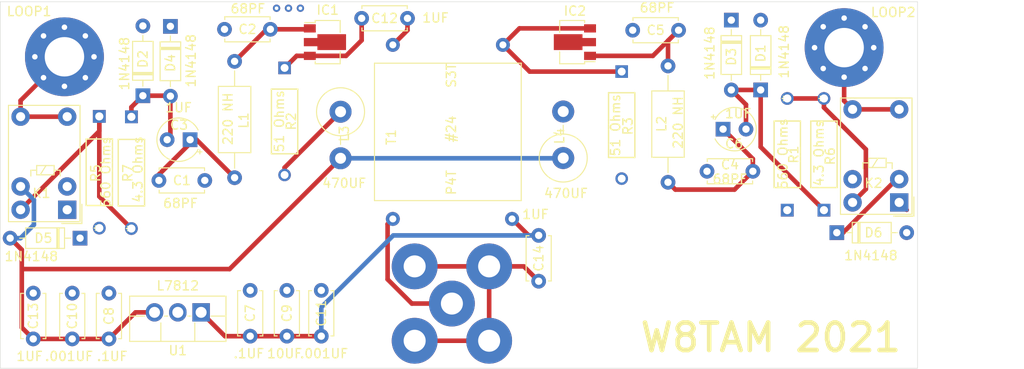
<source format=kicad_pcb>
(kicad_pcb (version 20171130) (host pcbnew "(5.1.9-0-10_14)")

  (general
    (thickness 1.6)
    (drawings 6)
    (tracks 105)
    (zones 0)
    (modules 39)
    (nets 21)
  )

  (page A4)
  (layers
    (0 F.Cu signal)
    (31 B.Cu signal)
    (32 B.Adhes user)
    (33 F.Adhes user)
    (34 B.Paste user)
    (35 F.Paste user)
    (36 B.SilkS user)
    (37 F.SilkS user)
    (38 B.Mask user)
    (39 F.Mask user)
    (40 Dwgs.User user)
    (41 Cmts.User user)
    (42 Eco1.User user)
    (43 Eco2.User user)
    (44 Edge.Cuts user)
    (45 Margin user)
    (46 B.CrtYd user)
    (47 F.CrtYd user)
    (48 B.Fab user)
    (49 F.Fab user)
  )

  (setup
    (last_trace_width 0.25)
    (trace_clearance 0.2)
    (zone_clearance 0.508)
    (zone_45_only no)
    (trace_min 0.2)
    (via_size 0.8)
    (via_drill 0.4)
    (via_min_size 0.4)
    (via_min_drill 0.3)
    (uvia_size 0.3)
    (uvia_drill 0.1)
    (uvias_allowed no)
    (uvia_min_size 0.2)
    (uvia_min_drill 0.1)
    (edge_width 0.05)
    (segment_width 0.2)
    (pcb_text_width 0.3)
    (pcb_text_size 1.5 1.5)
    (mod_edge_width 0.12)
    (mod_text_size 1 1)
    (mod_text_width 0.15)
    (pad_size 1.6 1.6)
    (pad_drill 0.8)
    (pad_to_mask_clearance 0)
    (aux_axis_origin 0 0)
    (visible_elements FFFFFF7F)
    (pcbplotparams
      (layerselection 0x010fc_ffffffff)
      (usegerberextensions false)
      (usegerberattributes true)
      (usegerberadvancedattributes true)
      (creategerberjobfile true)
      (excludeedgelayer true)
      (linewidth 0.100000)
      (plotframeref false)
      (viasonmask false)
      (mode 1)
      (useauxorigin false)
      (hpglpennumber 1)
      (hpglpenspeed 20)
      (hpglpendiameter 15.000000)
      (psnegative false)
      (psa4output false)
      (plotreference true)
      (plotvalue true)
      (plotinvisibletext false)
      (padsonsilk false)
      (subtractmaskfromsilk false)
      (outputformat 1)
      (mirror false)
      (drillshape 1)
      (scaleselection 1)
      (outputdirectory ""))
  )

  (net 0 "")
  (net 1 "Net-(ANT1-Pad1)")
  (net 2 "Net-(ANT2-Pad1)")
  (net 3 GND)
  (net 4 "Net-(C1-Pad1)")
  (net 5 "Net-(C2-Pad1)")
  (net 6 "Net-(C3-Pad2)")
  (net 7 "Net-(C4-Pad1)")
  (net 8 "Net-(C5-Pad1)")
  (net 9 "Net-(C6-Pad2)")
  (net 10 "Net-(C11-Pad1)")
  (net 11 "Net-(C10-Pad1)")
  (net 12 "Net-(C12-Pad2)")
  (net 13 /P1)
  (net 14 "Net-(IC2-Pad3)")
  (net 15 "Net-(J1-Pad1)")
  (net 16 "Net-(L3-Pad2)")
  (net 17 "Net-(L4-Pad1)")
  (net 18 "Net-(D5-Pad1)")
  (net 19 "Net-(K1-Pad10)")
  (net 20 "Net-(K2-Pad10)")

  (net_class Default "This is the default net class."
    (clearance 0.2)
    (trace_width 0.25)
    (via_dia 0.8)
    (via_drill 0.4)
    (uvia_dia 0.3)
    (uvia_drill 0.1)
    (add_net /P1)
    (add_net GND)
    (add_net "Net-(ANT1-Pad1)")
    (add_net "Net-(ANT2-Pad1)")
    (add_net "Net-(C1-Pad1)")
    (add_net "Net-(C10-Pad1)")
    (add_net "Net-(C11-Pad1)")
    (add_net "Net-(C12-Pad2)")
    (add_net "Net-(C2-Pad1)")
    (add_net "Net-(C3-Pad2)")
    (add_net "Net-(C4-Pad1)")
    (add_net "Net-(C5-Pad1)")
    (add_net "Net-(C6-Pad2)")
    (add_net "Net-(D5-Pad1)")
    (add_net "Net-(IC2-Pad3)")
    (add_net "Net-(J1-Pad1)")
    (add_net "Net-(K1-Pad10)")
    (add_net "Net-(K2-Pad10)")
    (add_net "Net-(L3-Pad2)")
    (add_net "Net-(L4-Pad1)")
  )

  (module Relay_THT:Relay_SPDT_Omron_G5V-1 (layer F.Cu) (tedit 5A57D9C3) (tstamp 60348FC7)
    (at 166 35.9 180)
    (descr "Relay Omron G5V-1, see http://omronfs.omron.com/en_US/ecb/products/pdf/en-g5v_1.pdf")
    (tags "Relay Omron G5V-1")
    (path /6035DDE8)
    (fp_text reference K2 (at 2.8 2.1) (layer F.SilkS)
      (effects (font (size 1 1) (thickness 0.15)))
    )
    (fp_text value G5V-1 (at 2.5 12.5) (layer F.Fab)
      (effects (font (size 1 1) (thickness 0.15)))
    )
    (fp_text user %R (at 2.54 6.35) (layer F.Fab)
      (effects (font (size 1 1) (thickness 0.15)))
    )
    (fp_line (start -1.6 -1.5) (end 0.6 -1.5) (layer F.SilkS) (width 0.12))
    (fp_line (start -1.6 0.6) (end -1.6 -1.5) (layer F.SilkS) (width 0.12))
    (fp_line (start -1.4 11.4) (end -1.4 -1.3) (layer F.SilkS) (width 0.12))
    (fp_line (start 6.4 11.4) (end -1.4 11.4) (layer F.SilkS) (width 0.12))
    (fp_line (start 6.4 -1.3) (end 6.4 11.4) (layer F.SilkS) (width 0.12))
    (fp_line (start -1.4 -1.3) (end 6.4 -1.3) (layer F.SilkS) (width 0.12))
    (fp_line (start -1.2 -0.1) (end -0.1 -1.1) (layer F.Fab) (width 0.12))
    (fp_line (start -1.2 11.2) (end -1.2 -0.1) (layer F.Fab) (width 0.12))
    (fp_line (start 6.2 11.2) (end -1.2 11.2) (layer F.Fab) (width 0.12))
    (fp_line (start 6.2 -1.1) (end 6.2 11.2) (layer F.Fab) (width 0.12))
    (fp_line (start -0.1 -1.1) (end 6.2 -1.1) (layer F.Fab) (width 0.12))
    (fp_line (start 2.946 3.81) (end 2.311 4.826) (layer F.SilkS) (width 0.12))
    (fp_line (start 0.762 3.683) (end 0.762 4.318) (layer F.SilkS) (width 0.12))
    (fp_line (start 0.762 4.318) (end 1.422 4.318) (layer F.SilkS) (width 0.12))
    (fp_line (start 3.962 3.683) (end 3.962 4.318) (layer F.SilkS) (width 0.12))
    (fp_line (start 3.962 4.318) (end 3.327 4.318) (layer F.SilkS) (width 0.12))
    (fp_line (start 3.327 3.81) (end 1.422 3.81) (layer F.SilkS) (width 0.12))
    (fp_line (start 1.422 3.81) (end 1.422 4.826) (layer F.SilkS) (width 0.12))
    (fp_line (start 1.422 4.826) (end 3.327 4.826) (layer F.SilkS) (width 0.12))
    (fp_line (start 3.327 3.81) (end 3.327 4.826) (layer F.SilkS) (width 0.12))
    (fp_line (start -1.45 -1.35) (end 6.45 -1.35) (layer F.CrtYd) (width 0.05))
    (fp_line (start -1.45 -1.35) (end -1.45 11.45) (layer F.CrtYd) (width 0.05))
    (fp_line (start 6.45 11.45) (end 6.45 -1.35) (layer F.CrtYd) (width 0.05))
    (fp_line (start 6.45 11.45) (end -1.45 11.45) (layer F.CrtYd) (width 0.05))
    (pad 5 thru_hole circle (at 0 10.16 180) (size 2 2) (drill 1) (layers *.Cu *.Mask)
      (net 2 "Net-(ANT2-Pad1)"))
    (pad 6 thru_hole circle (at 5.08 10.16 180) (size 2 2) (drill 1) (layers *.Cu *.Mask)
      (net 2 "Net-(ANT2-Pad1)"))
    (pad 2 thru_hole circle (at 0 2.54 180) (size 2 2) (drill 1) (layers *.Cu *.Mask)
      (net 11 "Net-(C10-Pad1)"))
    (pad 1 thru_hole rect (at 0 0 180) (size 2 2) (drill 1) (layers *.Cu *.Mask)
      (net 3 GND))
    (pad 9 thru_hole circle (at 5.08 2.54 180) (size 2 2) (drill 1) (layers *.Cu *.Mask)
      (net 3 GND))
    (pad 10 thru_hole circle (at 5.08 0 180) (size 2 2) (drill 1) (layers *.Cu *.Mask)
      (net 20 "Net-(K2-Pad10)"))
    (model ${KISYS3DMOD}/Relay_THT.3dshapes/Relay_SPDT_Omron_G5V-1.wrl
      (at (xyz 0 0 0))
      (scale (xyz 1 1 1))
      (rotate (xyz 0 0 0))
    )
  )

  (module Relay_THT:Relay_SPDT_Omron_G5V-1 (layer F.Cu) (tedit 5A57D9C3) (tstamp 60348FA4)
    (at 75.3 36.7 180)
    (descr "Relay Omron G5V-1, see http://omronfs.omron.com/en_US/ecb/products/pdf/en-g5v_1.pdf")
    (tags "Relay Omron G5V-1")
    (path /603D05FF)
    (fp_text reference K1 (at 2.8 1.8) (layer F.SilkS)
      (effects (font (size 1 1) (thickness 0.15)))
    )
    (fp_text value G5V-1 (at 2.5 12.5) (layer F.Fab)
      (effects (font (size 1 1) (thickness 0.15)))
    )
    (fp_text user %R (at 2.54 6.35) (layer F.Fab)
      (effects (font (size 1 1) (thickness 0.15)))
    )
    (fp_line (start -1.6 -1.5) (end 0.6 -1.5) (layer F.SilkS) (width 0.12))
    (fp_line (start -1.6 0.6) (end -1.6 -1.5) (layer F.SilkS) (width 0.12))
    (fp_line (start -1.4 11.4) (end -1.4 -1.3) (layer F.SilkS) (width 0.12))
    (fp_line (start 6.4 11.4) (end -1.4 11.4) (layer F.SilkS) (width 0.12))
    (fp_line (start 6.4 -1.3) (end 6.4 11.4) (layer F.SilkS) (width 0.12))
    (fp_line (start -1.4 -1.3) (end 6.4 -1.3) (layer F.SilkS) (width 0.12))
    (fp_line (start -1.2 -0.1) (end -0.1 -1.1) (layer F.Fab) (width 0.12))
    (fp_line (start -1.2 11.2) (end -1.2 -0.1) (layer F.Fab) (width 0.12))
    (fp_line (start 6.2 11.2) (end -1.2 11.2) (layer F.Fab) (width 0.12))
    (fp_line (start 6.2 -1.1) (end 6.2 11.2) (layer F.Fab) (width 0.12))
    (fp_line (start -0.1 -1.1) (end 6.2 -1.1) (layer F.Fab) (width 0.12))
    (fp_line (start 2.946 3.81) (end 2.311 4.826) (layer F.SilkS) (width 0.12))
    (fp_line (start 0.762 3.683) (end 0.762 4.318) (layer F.SilkS) (width 0.12))
    (fp_line (start 0.762 4.318) (end 1.422 4.318) (layer F.SilkS) (width 0.12))
    (fp_line (start 3.962 3.683) (end 3.962 4.318) (layer F.SilkS) (width 0.12))
    (fp_line (start 3.962 4.318) (end 3.327 4.318) (layer F.SilkS) (width 0.12))
    (fp_line (start 3.327 3.81) (end 1.422 3.81) (layer F.SilkS) (width 0.12))
    (fp_line (start 1.422 3.81) (end 1.422 4.826) (layer F.SilkS) (width 0.12))
    (fp_line (start 1.422 4.826) (end 3.327 4.826) (layer F.SilkS) (width 0.12))
    (fp_line (start 3.327 3.81) (end 3.327 4.826) (layer F.SilkS) (width 0.12))
    (fp_line (start -1.45 -1.35) (end 6.45 -1.35) (layer F.CrtYd) (width 0.05))
    (fp_line (start -1.45 -1.35) (end -1.45 11.45) (layer F.CrtYd) (width 0.05))
    (fp_line (start 6.45 11.45) (end 6.45 -1.35) (layer F.CrtYd) (width 0.05))
    (fp_line (start 6.45 11.45) (end -1.45 11.45) (layer F.CrtYd) (width 0.05))
    (pad 5 thru_hole circle (at 0 10.16 180) (size 2 2) (drill 1) (layers *.Cu *.Mask)
      (net 1 "Net-(ANT1-Pad1)"))
    (pad 6 thru_hole circle (at 5.08 10.16 180) (size 2 2) (drill 1) (layers *.Cu *.Mask)
      (net 1 "Net-(ANT1-Pad1)"))
    (pad 2 thru_hole circle (at 0 2.54 180) (size 2 2) (drill 1) (layers *.Cu *.Mask)
      (net 18 "Net-(D5-Pad1)"))
    (pad 1 thru_hole rect (at 0 0 180) (size 2 2) (drill 1) (layers *.Cu *.Mask)
      (net 3 GND))
    (pad 9 thru_hole circle (at 5.08 2.54 180) (size 2 2) (drill 1) (layers *.Cu *.Mask)
      (net 11 "Net-(C10-Pad1)"))
    (pad 10 thru_hole circle (at 5.08 0 180) (size 2 2) (drill 1) (layers *.Cu *.Mask)
      (net 19 "Net-(K1-Pad10)"))
    (model ${KISYS3DMOD}/Relay_THT.3dshapes/Relay_SPDT_Omron_G5V-1.wrl
      (at (xyz 0 0 0))
      (scale (xyz 1 1 1))
      (rotate (xyz 0 0 0))
    )
  )

  (module w8tam_footprints:D_DO-35_SOD27_P7.62mm_Horizontal (layer F.Cu) (tedit 5AE50CD5) (tstamp 60348F15)
    (at 159.2 39.2)
    (descr "Diode, DO-35_SOD27 series, Axial, Horizontal, pin pitch=7.62mm, , length*diameter=4*2mm^2, , http://www.diodes.com/_files/packages/DO-35.pdf")
    (tags "Diode DO-35_SOD27 series Axial Horizontal pin pitch 7.62mm  length 4mm diameter 2mm")
    (path /6040C38E)
    (fp_text reference D6 (at 4 0) (layer F.SilkS)
      (effects (font (size 1 1) (thickness 0.15)))
    )
    (fp_text value 1N4148 (at 3.72 2.5) (layer F.SilkS)
      (effects (font (size 1 1) (thickness 0.15)))
    )
    (fp_text user %R (at 4.11 0) (layer F.Fab)
      (effects (font (size 0.8 0.8) (thickness 0.12)))
    )
    (fp_line (start 1.81 -1) (end 1.81 1) (layer F.Fab) (width 0.1))
    (fp_line (start 1.81 1) (end 5.81 1) (layer F.Fab) (width 0.1))
    (fp_line (start 5.81 1) (end 5.81 -1) (layer F.Fab) (width 0.1))
    (fp_line (start 5.81 -1) (end 1.81 -1) (layer F.Fab) (width 0.1))
    (fp_line (start 0 0) (end 1.81 0) (layer F.Fab) (width 0.1))
    (fp_line (start 7.62 0) (end 5.81 0) (layer F.Fab) (width 0.1))
    (fp_line (start 2.41 -1) (end 2.41 1) (layer F.Fab) (width 0.1))
    (fp_line (start 2.51 -1) (end 2.51 1) (layer F.Fab) (width 0.1))
    (fp_line (start 2.31 -1) (end 2.31 1) (layer F.Fab) (width 0.1))
    (fp_line (start 1.69 -1.12) (end 1.69 1.12) (layer F.SilkS) (width 0.12))
    (fp_line (start 1.69 1.12) (end 5.93 1.12) (layer F.SilkS) (width 0.12))
    (fp_line (start 5.93 1.12) (end 5.93 -1.12) (layer F.SilkS) (width 0.12))
    (fp_line (start 5.93 -1.12) (end 1.69 -1.12) (layer F.SilkS) (width 0.12))
    (fp_line (start 1.04 0) (end 1.69 0) (layer F.SilkS) (width 0.12))
    (fp_line (start 6.58 0) (end 5.93 0) (layer F.SilkS) (width 0.12))
    (fp_line (start 2.41 -1.12) (end 2.41 1.12) (layer F.SilkS) (width 0.12))
    (fp_line (start 2.53 -1.12) (end 2.53 1.12) (layer F.SilkS) (width 0.12))
    (fp_line (start 2.29 -1.12) (end 2.29 1.12) (layer F.SilkS) (width 0.12))
    (fp_line (start -1.05 -1.25) (end -1.05 1.25) (layer F.CrtYd) (width 0.05))
    (fp_line (start -1.05 1.25) (end 8.67 1.25) (layer F.CrtYd) (width 0.05))
    (fp_line (start 8.67 1.25) (end 8.67 -1.25) (layer F.CrtYd) (width 0.05))
    (fp_line (start 8.67 -1.25) (end -1.05 -1.25) (layer F.CrtYd) (width 0.05))
    (pad 1 thru_hole rect (at 0 0) (size 1.6 1.6) (drill 0.8) (layers *.Cu *.Mask)
      (net 11 "Net-(C10-Pad1)"))
    (pad 2 thru_hole oval (at 7.62 0) (size 1.6 1.6) (drill 0.8) (layers *.Cu *.Mask)
      (net 3 GND))
    (model ${KISYS3DMOD}/Diode_THT.3dshapes/D_DO-35_SOD27_P7.62mm_Horizontal.wrl
      (at (xyz 0 0 0))
      (scale (xyz 1 1 1))
      (rotate (xyz 0 0 0))
    )
  )

  (module w8tam_footprints:D_DO-35_SOD27_P7.62mm_Horizontal (layer F.Cu) (tedit 60342635) (tstamp 60348EB6)
    (at 76.7 39.8 180)
    (descr "Diode, DO-35_SOD27 series, Axial, Horizontal, pin pitch=7.62mm, , length*diameter=4*2mm^2, , http://www.diodes.com/_files/packages/DO-35.pdf")
    (tags "Diode DO-35_SOD27 series Axial Horizontal pin pitch 7.62mm  length 4mm diameter 2mm")
    (path /6040A791)
    (fp_text reference D5 (at 4 0) (layer F.SilkS)
      (effects (font (size 1 1) (thickness 0.15)))
    )
    (fp_text value 1N4148 (at 5.3 -2) (layer F.SilkS)
      (effects (font (size 1 1) (thickness 0.15)))
    )
    (fp_text user %R (at 4.11 0) (layer F.Fab)
      (effects (font (size 0.8 0.8) (thickness 0.12)))
    )
    (fp_line (start 1.81 -1) (end 1.81 1) (layer F.Fab) (width 0.1))
    (fp_line (start 1.81 1) (end 5.81 1) (layer F.Fab) (width 0.1))
    (fp_line (start 5.81 1) (end 5.81 -1) (layer F.Fab) (width 0.1))
    (fp_line (start 5.81 -1) (end 1.81 -1) (layer F.Fab) (width 0.1))
    (fp_line (start 0 0) (end 1.81 0) (layer F.Fab) (width 0.1))
    (fp_line (start 7.62 0) (end 5.81 0) (layer F.Fab) (width 0.1))
    (fp_line (start 2.41 -1) (end 2.41 1) (layer F.Fab) (width 0.1))
    (fp_line (start 2.51 -1) (end 2.51 1) (layer F.Fab) (width 0.1))
    (fp_line (start 2.31 -1) (end 2.31 1) (layer F.Fab) (width 0.1))
    (fp_line (start 1.69 -1.12) (end 1.69 1.12) (layer F.SilkS) (width 0.12))
    (fp_line (start 1.69 1.12) (end 5.93 1.12) (layer F.SilkS) (width 0.12))
    (fp_line (start 5.93 1.12) (end 5.93 -1.12) (layer F.SilkS) (width 0.12))
    (fp_line (start 5.93 -1.12) (end 1.69 -1.12) (layer F.SilkS) (width 0.12))
    (fp_line (start 1.04 0) (end 1.69 0) (layer F.SilkS) (width 0.12))
    (fp_line (start 6.58 0) (end 5.93 0) (layer F.SilkS) (width 0.12))
    (fp_line (start 2.41 -1.12) (end 2.41 1.12) (layer F.SilkS) (width 0.12))
    (fp_line (start 2.53 -1.12) (end 2.53 1.12) (layer F.SilkS) (width 0.12))
    (fp_line (start 2.29 -1.12) (end 2.29 1.12) (layer F.SilkS) (width 0.12))
    (fp_line (start -1.05 -1.25) (end -1.05 1.25) (layer F.CrtYd) (width 0.05))
    (fp_line (start -1.05 1.25) (end 8.67 1.25) (layer F.CrtYd) (width 0.05))
    (fp_line (start 8.67 1.25) (end 8.67 -1.25) (layer F.CrtYd) (width 0.05))
    (fp_line (start 8.67 -1.25) (end -1.05 -1.25) (layer F.CrtYd) (width 0.05))
    (pad 1 thru_hole rect (at 0 0 180) (size 1.6 1.6) (drill 0.8) (layers *.Cu *.Mask)
      (net 3 GND))
    (pad 2 thru_hole oval (at 7.62 0 180) (size 1.6 1.6) (drill 0.8) (layers *.Cu *.Mask)
      (net 11 "Net-(C10-Pad1)"))
    (model ${KISYS3DMOD}/Diode_THT.3dshapes/D_DO-35_SOD27_P7.62mm_Horizontal.wrl
      (at (xyz 0 0 0))
      (scale (xyz 1 1 1))
      (rotate (xyz 0 0 0))
    )
  )

  (module w8tam_footprints:C_Disc_D4.7mm_W2.5mm_P5.00mm (layer F.Cu) (tedit 5AE50EF0) (tstamp 60341496)
    (at 141.95 17.1 180)
    (descr "C, Disc series, Radial, pin pitch=5.00mm, , diameter*width=4.7*2.5mm^2, Capacitor, http://www.vishay.com/docs/45233/krseries.pdf")
    (tags "C Disc series Radial pin pitch 5.00mm  diameter 4.7mm width 2.5mm Capacitor")
    (path /60373ADA)
    (fp_text reference C5 (at 2.5 0) (layer F.SilkS)
      (effects (font (size 1 1) (thickness 0.15)))
    )
    (fp_text value 68PF (at 2.35 2.45) (layer F.SilkS)
      (effects (font (size 1 1) (thickness 0.15)))
    )
    (fp_line (start 0.15 -1.25) (end 0.15 1.25) (layer F.Fab) (width 0.1))
    (fp_line (start 0.15 1.25) (end 4.85 1.25) (layer F.Fab) (width 0.1))
    (fp_line (start 4.85 1.25) (end 4.85 -1.25) (layer F.Fab) (width 0.1))
    (fp_line (start 4.85 -1.25) (end 0.15 -1.25) (layer F.Fab) (width 0.1))
    (fp_line (start 0.03 -1.37) (end 4.97 -1.37) (layer F.SilkS) (width 0.12))
    (fp_line (start 0.03 1.37) (end 4.97 1.37) (layer F.SilkS) (width 0.12))
    (fp_line (start 0.03 -1.37) (end 0.03 -1.055) (layer F.SilkS) (width 0.12))
    (fp_line (start 0.03 1.055) (end 0.03 1.37) (layer F.SilkS) (width 0.12))
    (fp_line (start 4.97 -1.37) (end 4.97 -1.055) (layer F.SilkS) (width 0.12))
    (fp_line (start 4.97 1.055) (end 4.97 1.37) (layer F.SilkS) (width 0.12))
    (fp_line (start -1.05 -1.5) (end -1.05 1.5) (layer F.CrtYd) (width 0.05))
    (fp_line (start -1.05 1.5) (end 6.05 1.5) (layer F.CrtYd) (width 0.05))
    (fp_line (start 6.05 1.5) (end 6.05 -1.5) (layer F.CrtYd) (width 0.05))
    (fp_line (start 6.05 -1.5) (end -1.05 -1.5) (layer F.CrtYd) (width 0.05))
    (fp_text user %R (at 2.5 0) (layer F.Fab)
      (effects (font (size 0.94 0.94) (thickness 0.141)))
    )
    (pad 2 thru_hole circle (at 5 0 180) (size 1.6 1.6) (drill 0.8) (layers *.Cu *.Mask)
      (net 3 GND))
    (pad 1 thru_hole circle (at 0 0 180) (size 1.6 1.6) (drill 0.8) (layers *.Cu *.Mask)
      (net 8 "Net-(C5-Pad1)"))
    (model ${KISYS3DMOD}/Capacitor_THT.3dshapes/C_Disc_D4.7mm_W2.5mm_P5.00mm.wrl
      (at (xyz 0 0 0))
      (scale (xyz 1 1 1))
      (rotate (xyz 0 0 0))
    )
  )

  (module w8tam_footprints:MountingHole_4.3mm_M4_Pad_Via (layer F.Cu) (tedit 56DDBFD7) (tstamp 60330DD0)
    (at 75 20)
    (descr "Mounting Hole 4.3mm, M4")
    (tags "mounting hole 4.3mm m4")
    (path /60329120)
    (attr virtual)
    (fp_text reference ANT1 (at -4.338 -3.796) (layer F.SilkS) hide
      (effects (font (size 1 1) (thickness 0.15)))
    )
    (fp_text value MountingHole_Pad (at 0 5.3) (layer F.Fab) hide
      (effects (font (size 1 1) (thickness 0.15)))
    )
    (fp_circle (center 0 0) (end 4.55 0) (layer F.CrtYd) (width 0.05))
    (fp_circle (center 0 0) (end 4.3 0) (layer Cmts.User) (width 0.15))
    (fp_text user LOOP1 (at -3.85 -4.95) (layer F.SilkS)
      (effects (font (size 1 1) (thickness 0.15)))
    )
    (pad 1 thru_hole circle (at 0 0) (size 8.6 8.6) (drill 4.3) (layers *.Cu *.Mask)
      (net 1 "Net-(ANT1-Pad1)"))
    (pad 1 thru_hole circle (at 3.225 0) (size 0.9 0.9) (drill 0.6) (layers *.Cu *.Mask)
      (net 1 "Net-(ANT1-Pad1)"))
    (pad 1 thru_hole circle (at 2.280419 2.280419) (size 0.9 0.9) (drill 0.6) (layers *.Cu *.Mask)
      (net 1 "Net-(ANT1-Pad1)"))
    (pad 1 thru_hole circle (at 0 3.225) (size 0.9 0.9) (drill 0.6) (layers *.Cu *.Mask)
      (net 1 "Net-(ANT1-Pad1)"))
    (pad 1 thru_hole circle (at -2.280419 2.280419) (size 0.9 0.9) (drill 0.6) (layers *.Cu *.Mask)
      (net 1 "Net-(ANT1-Pad1)"))
    (pad 1 thru_hole circle (at -3.225 0) (size 0.9 0.9) (drill 0.6) (layers *.Cu *.Mask)
      (net 1 "Net-(ANT1-Pad1)"))
    (pad 1 thru_hole circle (at -2.280419 -2.280419) (size 0.9 0.9) (drill 0.6) (layers *.Cu *.Mask)
      (net 1 "Net-(ANT1-Pad1)"))
    (pad 1 thru_hole circle (at 0 -3.225) (size 0.9 0.9) (drill 0.6) (layers *.Cu *.Mask)
      (net 1 "Net-(ANT1-Pad1)"))
    (pad 1 thru_hole circle (at 2.280419 -2.280419) (size 0.9 0.9) (drill 0.6) (layers *.Cu *.Mask)
      (net 1 "Net-(ANT1-Pad1)"))
  )

  (module w8tam_footprints:MountingHole_4.3mm_M4_Pad_Via (layer F.Cu) (tedit 56DDBFD7) (tstamp 60332CFF)
    (at 160 19)
    (descr "Mounting Hole 4.3mm, M4")
    (tags "mounting hole 4.3mm m4")
    (path /60327E5B)
    (attr virtual)
    (fp_text reference LOOP2 (at 5.35 -3.85) (layer F.SilkS)
      (effects (font (size 1 1) (thickness 0.15)))
    )
    (fp_text value MountingHole_Pad (at 0 5.3) (layer F.Fab) hide
      (effects (font (size 1 1) (thickness 0.15)))
    )
    (fp_circle (center 0 0) (end 4.3 0) (layer Cmts.User) (width 0.15))
    (fp_circle (center 0 0) (end 4.55 0) (layer F.CrtYd) (width 0.05))
    (fp_text user %R (at 0.3 0) (layer F.Fab)
      (effects (font (size 1 1) (thickness 0.15)))
    )
    (pad 1 thru_hole circle (at 2.280419 -2.280419) (size 0.9 0.9) (drill 0.6) (layers *.Cu *.Mask)
      (net 2 "Net-(ANT2-Pad1)"))
    (pad 1 thru_hole circle (at 0 -3.225) (size 0.9 0.9) (drill 0.6) (layers *.Cu *.Mask)
      (net 2 "Net-(ANT2-Pad1)"))
    (pad 1 thru_hole circle (at -2.280419 -2.280419) (size 0.9 0.9) (drill 0.6) (layers *.Cu *.Mask)
      (net 2 "Net-(ANT2-Pad1)"))
    (pad 1 thru_hole circle (at -3.225 0) (size 0.9 0.9) (drill 0.6) (layers *.Cu *.Mask)
      (net 2 "Net-(ANT2-Pad1)"))
    (pad 1 thru_hole circle (at -2.280419 2.280419) (size 0.9 0.9) (drill 0.6) (layers *.Cu *.Mask)
      (net 2 "Net-(ANT2-Pad1)"))
    (pad 1 thru_hole circle (at 0 3.225) (size 0.9 0.9) (drill 0.6) (layers *.Cu *.Mask)
      (net 2 "Net-(ANT2-Pad1)"))
    (pad 1 thru_hole circle (at 2.280419 2.280419) (size 0.9 0.9) (drill 0.6) (layers *.Cu *.Mask)
      (net 2 "Net-(ANT2-Pad1)"))
    (pad 1 thru_hole circle (at 3.225 0) (size 0.9 0.9) (drill 0.6) (layers *.Cu *.Mask)
      (net 2 "Net-(ANT2-Pad1)"))
    (pad 1 thru_hole circle (at 0 0) (size 8.6 8.6) (drill 4.3) (layers *.Cu *.Mask)
      (net 2 "Net-(ANT2-Pad1)"))
  )

  (module w8tam_footprints:C_Disc_D4.7mm_W2.5mm_P5.00mm (layer F.Cu) (tedit 5AE50EF0) (tstamp 60330DF5)
    (at 85.3 33.5)
    (descr "C, Disc series, Radial, pin pitch=5.00mm, , diameter*width=4.7*2.5mm^2, Capacitor, http://www.vishay.com/docs/45233/krseries.pdf")
    (tags "C Disc series Radial pin pitch 5.00mm  diameter 4.7mm width 2.5mm Capacitor")
    (path /6035CCE6)
    (fp_text reference C1 (at 2.5 0) (layer F.SilkS)
      (effects (font (size 1 1) (thickness 0.15)))
    )
    (fp_text value 68PF (at 2.35 2.5) (layer F.SilkS)
      (effects (font (size 1 1) (thickness 0.15)))
    )
    (fp_line (start 0.15 -1.25) (end 0.15 1.25) (layer F.Fab) (width 0.1))
    (fp_line (start 0.15 1.25) (end 4.85 1.25) (layer F.Fab) (width 0.1))
    (fp_line (start 4.85 1.25) (end 4.85 -1.25) (layer F.Fab) (width 0.1))
    (fp_line (start 4.85 -1.25) (end 0.15 -1.25) (layer F.Fab) (width 0.1))
    (fp_line (start 0.03 -1.37) (end 4.97 -1.37) (layer F.SilkS) (width 0.12))
    (fp_line (start 0.03 1.37) (end 4.97 1.37) (layer F.SilkS) (width 0.12))
    (fp_line (start 0.03 -1.37) (end 0.03 -1.055) (layer F.SilkS) (width 0.12))
    (fp_line (start 0.03 1.055) (end 0.03 1.37) (layer F.SilkS) (width 0.12))
    (fp_line (start 4.97 -1.37) (end 4.97 -1.055) (layer F.SilkS) (width 0.12))
    (fp_line (start 4.97 1.055) (end 4.97 1.37) (layer F.SilkS) (width 0.12))
    (fp_line (start -1.05 -1.5) (end -1.05 1.5) (layer F.CrtYd) (width 0.05))
    (fp_line (start -1.05 1.5) (end 6.05 1.5) (layer F.CrtYd) (width 0.05))
    (fp_line (start 6.05 1.5) (end 6.05 -1.5) (layer F.CrtYd) (width 0.05))
    (fp_line (start 6.05 -1.5) (end -1.05 -1.5) (layer F.CrtYd) (width 0.05))
    (fp_text user %R (at 2.5 0) (layer F.Fab)
      (effects (font (size 0.94 0.94) (thickness 0.141)))
    )
    (pad 2 thru_hole circle (at 5 0) (size 1.6 1.6) (drill 0.8) (layers *.Cu *.Mask)
      (net 3 GND))
    (pad 1 thru_hole circle (at 0 0) (size 1.6 1.6) (drill 0.8) (layers *.Cu *.Mask)
      (net 4 "Net-(C1-Pad1)"))
    (model ${KISYS3DMOD}/Capacitor_THT.3dshapes/C_Disc_D4.7mm_W2.5mm_P5.00mm.wrl
      (at (xyz 0 0 0))
      (scale (xyz 1 1 1))
      (rotate (xyz 0 0 0))
    )
  )

  (module w8tam_footprints:C_Disc_D4.7mm_W2.5mm_P5.00mm (layer F.Cu) (tedit 5AE50EF0) (tstamp 60330E0A)
    (at 97.45 17 180)
    (descr "C, Disc series, Radial, pin pitch=5.00mm, , diameter*width=4.7*2.5mm^2, Capacitor, http://www.vishay.com/docs/45233/krseries.pdf")
    (tags "C Disc series Radial pin pitch 5.00mm  diameter 4.7mm width 2.5mm Capacitor")
    (path /60374520)
    (fp_text reference C2 (at 2.5 0) (layer F.SilkS)
      (effects (font (size 1 1) (thickness 0.15)))
    )
    (fp_text value 68PF (at 2.45 2.25) (layer F.SilkS)
      (effects (font (size 1 1) (thickness 0.15)))
    )
    (fp_line (start 6.05 -1.5) (end -1.05 -1.5) (layer F.CrtYd) (width 0.05))
    (fp_line (start 6.05 1.5) (end 6.05 -1.5) (layer F.CrtYd) (width 0.05))
    (fp_line (start -1.05 1.5) (end 6.05 1.5) (layer F.CrtYd) (width 0.05))
    (fp_line (start -1.05 -1.5) (end -1.05 1.5) (layer F.CrtYd) (width 0.05))
    (fp_line (start 4.97 1.055) (end 4.97 1.37) (layer F.SilkS) (width 0.12))
    (fp_line (start 4.97 -1.37) (end 4.97 -1.055) (layer F.SilkS) (width 0.12))
    (fp_line (start 0.03 1.055) (end 0.03 1.37) (layer F.SilkS) (width 0.12))
    (fp_line (start 0.03 -1.37) (end 0.03 -1.055) (layer F.SilkS) (width 0.12))
    (fp_line (start 0.03 1.37) (end 4.97 1.37) (layer F.SilkS) (width 0.12))
    (fp_line (start 0.03 -1.37) (end 4.97 -1.37) (layer F.SilkS) (width 0.12))
    (fp_line (start 4.85 -1.25) (end 0.15 -1.25) (layer F.Fab) (width 0.1))
    (fp_line (start 4.85 1.25) (end 4.85 -1.25) (layer F.Fab) (width 0.1))
    (fp_line (start 0.15 1.25) (end 4.85 1.25) (layer F.Fab) (width 0.1))
    (fp_line (start 0.15 -1.25) (end 0.15 1.25) (layer F.Fab) (width 0.1))
    (fp_text user %R (at 2.5 0) (layer F.Fab)
      (effects (font (size 0.94 0.94) (thickness 0.141)))
    )
    (pad 1 thru_hole circle (at 0 0 180) (size 1.6 1.6) (drill 0.8) (layers *.Cu *.Mask)
      (net 5 "Net-(C2-Pad1)"))
    (pad 2 thru_hole circle (at 5 0 180) (size 1.6 1.6) (drill 0.8) (layers *.Cu *.Mask)
      (net 3 GND))
    (model ${KISYS3DMOD}/Capacitor_THT.3dshapes/C_Disc_D4.7mm_W2.5mm_P5.00mm.wrl
      (at (xyz 0 0 0))
      (scale (xyz 1 1 1))
      (rotate (xyz 0 0 0))
    )
  )

  (module w8tam_footprints:CP_Radial_Tantal_D4.5mm_P2.50mm (layer F.Cu) (tedit 5AE50EF0) (tstamp 60330E18)
    (at 88.7 29.05 180)
    (descr "CP, Radial_Tantal series, Radial, pin pitch=2.50mm, , diameter=4.5mm, Tantal Electrolytic Capacitor, http://cdn-reichelt.de/documents/datenblatt/B300/TANTAL-TB-Serie%23.pdf")
    (tags "CP Radial_Tantal series Radial pin pitch 2.50mm  diameter 4.5mm Tantal Electrolytic Capacitor")
    (path /603518F6)
    (fp_text reference C3 (at 1.2 1.6) (layer F.SilkS)
      (effects (font (size 1 1) (thickness 0.15)))
    )
    (fp_text value 1UF (at 1.25 3.5) (layer F.SilkS)
      (effects (font (size 1 1) (thickness 0.15)))
    )
    (fp_circle (center 1.25 0) (end 3.5 0) (layer F.Fab) (width 0.1))
    (fp_circle (center 1.25 0) (end 3.78 0) (layer F.CrtYd) (width 0.05))
    (fp_line (start -0.66808 -0.9775) (end -0.21808 -0.9775) (layer F.Fab) (width 0.1))
    (fp_line (start -0.44308 -1.2025) (end -0.44308 -0.7525) (layer F.Fab) (width 0.1))
    (fp_line (start -1.287288 -1.335) (end -0.837288 -1.335) (layer F.SilkS) (width 0.12))
    (fp_line (start -1.062288 -1.56) (end -1.062288 -1.11) (layer F.SilkS) (width 0.12))
    (fp_text user %R (at 1.25 0) (layer F.Fab)
      (effects (font (size 0.9 0.9) (thickness 0.135)))
    )
    (fp_arc (start 1.25 0) (end -0.869741 -1.06) (angle 306.864288) (layer F.SilkS) (width 0.12))
    (pad 2 thru_hole circle (at 2.5 0 180) (size 1.6 1.6) (drill 0.8) (layers *.Cu *.Mask)
      (net 6 "Net-(C3-Pad2)"))
    (pad 1 thru_hole rect (at 0 0 180) (size 1.6 1.6) (drill 0.8) (layers *.Cu *.Mask)
      (net 4 "Net-(C1-Pad1)"))
    (model ${KISYS3DMOD}/Capacitor_THT.3dshapes/CP_Radial_Tantal_D4.5mm_P2.50mm.wrl
      (at (xyz 0 0 0))
      (scale (xyz 1 1 1))
      (rotate (xyz 0 0 0))
    )
  )

  (module w8tam_footprints:C_Disc_D4.7mm_W2.5mm_P5.00mm (layer F.Cu) (tedit 5AE50EF0) (tstamp 60330E2D)
    (at 150.05 32.5 180)
    (descr "C, Disc series, Radial, pin pitch=5.00mm, , diameter*width=4.7*2.5mm^2, Capacitor, http://www.vishay.com/docs/45233/krseries.pdf")
    (tags "C Disc series Radial pin pitch 5.00mm  diameter 4.7mm width 2.5mm Capacitor")
    (path /603641E1)
    (fp_text reference C4 (at 2.5 0.725) (layer F.SilkS)
      (effects (font (size 1 1) (thickness 0.15)))
    )
    (fp_text value 68PF (at 2.5 -0.85) (layer F.SilkS)
      (effects (font (size 1 1) (thickness 0.15)))
    )
    (fp_line (start 6.05 -1.5) (end -1.05 -1.5) (layer F.CrtYd) (width 0.05))
    (fp_line (start 6.05 1.5) (end 6.05 -1.5) (layer F.CrtYd) (width 0.05))
    (fp_line (start -1.05 1.5) (end 6.05 1.5) (layer F.CrtYd) (width 0.05))
    (fp_line (start -1.05 -1.5) (end -1.05 1.5) (layer F.CrtYd) (width 0.05))
    (fp_line (start 4.97 1.055) (end 4.97 1.37) (layer F.SilkS) (width 0.12))
    (fp_line (start 4.97 -1.37) (end 4.97 -1.055) (layer F.SilkS) (width 0.12))
    (fp_line (start 0.03 1.055) (end 0.03 1.37) (layer F.SilkS) (width 0.12))
    (fp_line (start 0.03 -1.37) (end 0.03 -1.055) (layer F.SilkS) (width 0.12))
    (fp_line (start 0.03 1.37) (end 4.97 1.37) (layer F.SilkS) (width 0.12))
    (fp_line (start 0.03 -1.37) (end 4.97 -1.37) (layer F.SilkS) (width 0.12))
    (fp_line (start 4.85 -1.25) (end 0.15 -1.25) (layer F.Fab) (width 0.1))
    (fp_line (start 4.85 1.25) (end 4.85 -1.25) (layer F.Fab) (width 0.1))
    (fp_line (start 0.15 1.25) (end 4.85 1.25) (layer F.Fab) (width 0.1))
    (fp_line (start 0.15 -1.25) (end 0.15 1.25) (layer F.Fab) (width 0.1))
    (fp_text user %R (at 2.5 0) (layer F.Fab)
      (effects (font (size 0.94 0.94) (thickness 0.141)))
    )
    (pad 1 thru_hole circle (at 0 0 180) (size 1.6 1.6) (drill 0.8) (layers *.Cu *.Mask)
      (net 7 "Net-(C4-Pad1)"))
    (pad 2 thru_hole circle (at 5 0 180) (size 1.6 1.6) (drill 0.8) (layers *.Cu *.Mask)
      (net 3 GND))
    (model ${KISYS3DMOD}/Capacitor_THT.3dshapes/C_Disc_D4.7mm_W2.5mm_P5.00mm.wrl
      (at (xyz 0 0 0))
      (scale (xyz 1 1 1))
      (rotate (xyz 0 0 0))
    )
  )

  (module w8tam_footprints:CP_Radial_Tantal_D4.5mm_P2.50mm (layer F.Cu) (tedit 5AE50EF0) (tstamp 60330E50)
    (at 146.8 27.9)
    (descr "CP, Radial_Tantal series, Radial, pin pitch=2.50mm, , diameter=4.5mm, Tantal Electrolytic Capacitor, http://cdn-reichelt.de/documents/datenblatt/B300/TANTAL-TB-Serie%23.pdf")
    (tags "CP Radial_Tantal series Radial pin pitch 2.50mm  diameter 4.5mm Tantal Electrolytic Capacitor")
    (path /60353DD0)
    (fp_text reference C6 (at 1.2 1.6 180) (layer F.SilkS)
      (effects (font (size 1 1) (thickness 0.15)))
    )
    (fp_text value 1UF (at 1.65 -1.7) (layer F.SilkS)
      (effects (font (size 1 1) (thickness 0.15)))
    )
    (fp_line (start -1.062288 -1.56) (end -1.062288 -1.11) (layer F.SilkS) (width 0.12))
    (fp_line (start -1.287288 -1.335) (end -0.837288 -1.335) (layer F.SilkS) (width 0.12))
    (fp_line (start -0.44308 -1.2025) (end -0.44308 -0.7525) (layer F.Fab) (width 0.1))
    (fp_line (start -0.66808 -0.9775) (end -0.21808 -0.9775) (layer F.Fab) (width 0.1))
    (fp_circle (center 1.25 0) (end 3.78 0) (layer F.CrtYd) (width 0.05))
    (fp_circle (center 1.25 0) (end 3.5 0) (layer F.Fab) (width 0.1))
    (fp_arc (start 1.25 0) (end -0.869741 -1.06) (angle 306.864288) (layer F.SilkS) (width 0.12))
    (fp_text user %R (at 1.3 0.05 90) (layer F.Fab)
      (effects (font (size 0.9 0.9) (thickness 0.135)))
    )
    (pad 1 thru_hole rect (at 0 0) (size 1.6 1.6) (drill 0.8) (layers *.Cu *.Mask)
      (net 7 "Net-(C4-Pad1)"))
    (pad 2 thru_hole circle (at 2.5 0) (size 1.6 1.6) (drill 0.8) (layers *.Cu *.Mask)
      (net 9 "Net-(C6-Pad2)"))
    (model ${KISYS3DMOD}/Capacitor_THT.3dshapes/CP_Radial_Tantal_D4.5mm_P2.50mm.wrl
      (at (xyz 0 0 0))
      (scale (xyz 1 1 1))
      (rotate (xyz 0 0 0))
    )
  )

  (module w8tam_footprints:C_Disc_D4.7mm_W2.5mm_P5.00mm (layer F.Cu) (tedit 5AE50EF0) (tstamp 6034A810)
    (at 95.25 50.5 90)
    (descr "C, Disc series, Radial, pin pitch=5.00mm, , diameter*width=4.7*2.5mm^2, Capacitor, http://www.vishay.com/docs/45233/krseries.pdf")
    (tags "C Disc series Radial pin pitch 5.00mm  diameter 4.7mm width 2.5mm Capacitor")
    (path /603BD1D6)
    (fp_text reference C7 (at 2.5 0 90) (layer F.SilkS)
      (effects (font (size 1 1) (thickness 0.15)))
    )
    (fp_text value .1UF (at -1.9 -0.15 180) (layer F.SilkS)
      (effects (font (size 1 1) (thickness 0.15)))
    )
    (fp_line (start 0.15 -1.25) (end 0.15 1.25) (layer F.Fab) (width 0.1))
    (fp_line (start 0.15 1.25) (end 4.85 1.25) (layer F.Fab) (width 0.1))
    (fp_line (start 4.85 1.25) (end 4.85 -1.25) (layer F.Fab) (width 0.1))
    (fp_line (start 4.85 -1.25) (end 0.15 -1.25) (layer F.Fab) (width 0.1))
    (fp_line (start 0.03 -1.37) (end 4.97 -1.37) (layer F.SilkS) (width 0.12))
    (fp_line (start 0.03 1.37) (end 4.97 1.37) (layer F.SilkS) (width 0.12))
    (fp_line (start 0.03 -1.37) (end 0.03 -1.055) (layer F.SilkS) (width 0.12))
    (fp_line (start 0.03 1.055) (end 0.03 1.37) (layer F.SilkS) (width 0.12))
    (fp_line (start 4.97 -1.37) (end 4.97 -1.055) (layer F.SilkS) (width 0.12))
    (fp_line (start 4.97 1.055) (end 4.97 1.37) (layer F.SilkS) (width 0.12))
    (fp_line (start -1.05 -1.5) (end -1.05 1.5) (layer F.CrtYd) (width 0.05))
    (fp_line (start -1.05 1.5) (end 6.05 1.5) (layer F.CrtYd) (width 0.05))
    (fp_line (start 6.05 1.5) (end 6.05 -1.5) (layer F.CrtYd) (width 0.05))
    (fp_line (start 6.05 -1.5) (end -1.05 -1.5) (layer F.CrtYd) (width 0.05))
    (fp_text user %R (at 2.5 0 90) (layer F.Fab)
      (effects (font (size 0.94 0.94) (thickness 0.141)))
    )
    (pad 2 thru_hole circle (at 5 0 90) (size 1.6 1.6) (drill 0.8) (layers *.Cu *.Mask)
      (net 3 GND))
    (pad 1 thru_hole circle (at 0 0 90) (size 1.6 1.6) (drill 0.8) (layers *.Cu *.Mask)
      (net 10 "Net-(C11-Pad1)"))
    (model ${KISYS3DMOD}/Capacitor_THT.3dshapes/C_Disc_D4.7mm_W2.5mm_P5.00mm.wrl
      (at (xyz 0 0 0))
      (scale (xyz 1 1 1))
      (rotate (xyz 0 0 0))
    )
  )

  (module w8tam_footprints:C_Disc_D4.7mm_W2.5mm_P5.00mm (layer F.Cu) (tedit 5AE50EF0) (tstamp 6034A6A8)
    (at 79.85 50.8 90)
    (descr "C, Disc series, Radial, pin pitch=5.00mm, , diameter*width=4.7*2.5mm^2, Capacitor, http://www.vishay.com/docs/45233/krseries.pdf")
    (tags "C Disc series Radial pin pitch 5.00mm  diameter 4.7mm width 2.5mm Capacitor")
    (path /603BCA31)
    (fp_text reference C8 (at 2.5 0 90) (layer F.SilkS)
      (effects (font (size 1 1) (thickness 0.15)))
    )
    (fp_text value .1UF (at -1.9 0.35 180) (layer F.SilkS)
      (effects (font (size 1 1) (thickness 0.15)))
    )
    (fp_line (start 6.05 -1.5) (end -1.05 -1.5) (layer F.CrtYd) (width 0.05))
    (fp_line (start 6.05 1.5) (end 6.05 -1.5) (layer F.CrtYd) (width 0.05))
    (fp_line (start -1.05 1.5) (end 6.05 1.5) (layer F.CrtYd) (width 0.05))
    (fp_line (start -1.05 -1.5) (end -1.05 1.5) (layer F.CrtYd) (width 0.05))
    (fp_line (start 4.97 1.055) (end 4.97 1.37) (layer F.SilkS) (width 0.12))
    (fp_line (start 4.97 -1.37) (end 4.97 -1.055) (layer F.SilkS) (width 0.12))
    (fp_line (start 0.03 1.055) (end 0.03 1.37) (layer F.SilkS) (width 0.12))
    (fp_line (start 0.03 -1.37) (end 0.03 -1.055) (layer F.SilkS) (width 0.12))
    (fp_line (start 0.03 1.37) (end 4.97 1.37) (layer F.SilkS) (width 0.12))
    (fp_line (start 0.03 -1.37) (end 4.97 -1.37) (layer F.SilkS) (width 0.12))
    (fp_line (start 4.85 -1.25) (end 0.15 -1.25) (layer F.Fab) (width 0.1))
    (fp_line (start 4.85 1.25) (end 4.85 -1.25) (layer F.Fab) (width 0.1))
    (fp_line (start 0.15 1.25) (end 4.85 1.25) (layer F.Fab) (width 0.1))
    (fp_line (start 0.15 -1.25) (end 0.15 1.25) (layer F.Fab) (width 0.1))
    (fp_text user %R (at 2.5 0 90) (layer F.Fab)
      (effects (font (size 0.94 0.94) (thickness 0.141)))
    )
    (pad 1 thru_hole circle (at 0 0 90) (size 1.6 1.6) (drill 0.8) (layers *.Cu *.Mask)
      (net 11 "Net-(C10-Pad1)"))
    (pad 2 thru_hole circle (at 5 0 90) (size 1.6 1.6) (drill 0.8) (layers *.Cu *.Mask)
      (net 3 GND))
    (model ${KISYS3DMOD}/Capacitor_THT.3dshapes/C_Disc_D4.7mm_W2.5mm_P5.00mm.wrl
      (at (xyz 0 0 0))
      (scale (xyz 1 1 1))
      (rotate (xyz 0 0 0))
    )
  )

  (module w8tam_footprints:C_Disc_D4.7mm_W2.5mm_P5.00mm (layer F.Cu) (tedit 5AE50EF0) (tstamp 6034A7D4)
    (at 99.25 50.5 90)
    (descr "C, Disc series, Radial, pin pitch=5.00mm, , diameter*width=4.7*2.5mm^2, Capacitor, http://www.vishay.com/docs/45233/krseries.pdf")
    (tags "C Disc series Radial pin pitch 5.00mm  diameter 4.7mm width 2.5mm Capacitor")
    (path /603BDDDB)
    (fp_text reference C9 (at 2.5 0 90) (layer F.SilkS)
      (effects (font (size 1 1) (thickness 0.15)))
    )
    (fp_text value 10UF (at -1.9 -0.25 180) (layer F.SilkS)
      (effects (font (size 1 1) (thickness 0.15)))
    )
    (fp_line (start 6.05 -1.5) (end -1.05 -1.5) (layer F.CrtYd) (width 0.05))
    (fp_line (start 6.05 1.5) (end 6.05 -1.5) (layer F.CrtYd) (width 0.05))
    (fp_line (start -1.05 1.5) (end 6.05 1.5) (layer F.CrtYd) (width 0.05))
    (fp_line (start -1.05 -1.5) (end -1.05 1.5) (layer F.CrtYd) (width 0.05))
    (fp_line (start 4.97 1.055) (end 4.97 1.37) (layer F.SilkS) (width 0.12))
    (fp_line (start 4.97 -1.37) (end 4.97 -1.055) (layer F.SilkS) (width 0.12))
    (fp_line (start 0.03 1.055) (end 0.03 1.37) (layer F.SilkS) (width 0.12))
    (fp_line (start 0.03 -1.37) (end 0.03 -1.055) (layer F.SilkS) (width 0.12))
    (fp_line (start 0.03 1.37) (end 4.97 1.37) (layer F.SilkS) (width 0.12))
    (fp_line (start 0.03 -1.37) (end 4.97 -1.37) (layer F.SilkS) (width 0.12))
    (fp_line (start 4.85 -1.25) (end 0.15 -1.25) (layer F.Fab) (width 0.1))
    (fp_line (start 4.85 1.25) (end 4.85 -1.25) (layer F.Fab) (width 0.1))
    (fp_line (start 0.15 1.25) (end 4.85 1.25) (layer F.Fab) (width 0.1))
    (fp_line (start 0.15 -1.25) (end 0.15 1.25) (layer F.Fab) (width 0.1))
    (fp_text user %R (at 2.5 0 90) (layer F.Fab)
      (effects (font (size 0.94 0.94) (thickness 0.141)))
    )
    (pad 1 thru_hole circle (at 0 0 90) (size 1.6 1.6) (drill 0.8) (layers *.Cu *.Mask)
      (net 10 "Net-(C11-Pad1)"))
    (pad 2 thru_hole circle (at 5 0 90) (size 1.6 1.6) (drill 0.8) (layers *.Cu *.Mask)
      (net 3 GND))
    (model ${KISYS3DMOD}/Capacitor_THT.3dshapes/C_Disc_D4.7mm_W2.5mm_P5.00mm.wrl
      (at (xyz 0 0 0))
      (scale (xyz 1 1 1))
      (rotate (xyz 0 0 0))
    )
  )

  (module w8tam_footprints:C_Disc_D4.7mm_W2.5mm_P5.00mm (layer F.Cu) (tedit 5AE50EF0) (tstamp 6034A6E4)
    (at 75.85 50.8 90)
    (descr "C, Disc series, Radial, pin pitch=5.00mm, , diameter*width=4.7*2.5mm^2, Capacitor, http://www.vishay.com/docs/45233/krseries.pdf")
    (tags "C Disc series Radial pin pitch 5.00mm  diameter 4.7mm width 2.5mm Capacitor")
    (path /603BC28C)
    (fp_text reference C10 (at 2.5 0 90) (layer F.SilkS)
      (effects (font (size 1 1) (thickness 0.15)))
    )
    (fp_text value .001UF (at -1.9 -0.35 180) (layer F.SilkS)
      (effects (font (size 1 1) (thickness 0.15)))
    )
    (fp_line (start 0.15 -1.25) (end 0.15 1.25) (layer F.Fab) (width 0.1))
    (fp_line (start 0.15 1.25) (end 4.85 1.25) (layer F.Fab) (width 0.1))
    (fp_line (start 4.85 1.25) (end 4.85 -1.25) (layer F.Fab) (width 0.1))
    (fp_line (start 4.85 -1.25) (end 0.15 -1.25) (layer F.Fab) (width 0.1))
    (fp_line (start 0.03 -1.37) (end 4.97 -1.37) (layer F.SilkS) (width 0.12))
    (fp_line (start 0.03 1.37) (end 4.97 1.37) (layer F.SilkS) (width 0.12))
    (fp_line (start 0.03 -1.37) (end 0.03 -1.055) (layer F.SilkS) (width 0.12))
    (fp_line (start 0.03 1.055) (end 0.03 1.37) (layer F.SilkS) (width 0.12))
    (fp_line (start 4.97 -1.37) (end 4.97 -1.055) (layer F.SilkS) (width 0.12))
    (fp_line (start 4.97 1.055) (end 4.97 1.37) (layer F.SilkS) (width 0.12))
    (fp_line (start -1.05 -1.5) (end -1.05 1.5) (layer F.CrtYd) (width 0.05))
    (fp_line (start -1.05 1.5) (end 6.05 1.5) (layer F.CrtYd) (width 0.05))
    (fp_line (start 6.05 1.5) (end 6.05 -1.5) (layer F.CrtYd) (width 0.05))
    (fp_line (start 6.05 -1.5) (end -1.05 -1.5) (layer F.CrtYd) (width 0.05))
    (fp_text user %R (at 2.5 0 90) (layer F.Fab)
      (effects (font (size 0.94 0.94) (thickness 0.141)))
    )
    (pad 2 thru_hole circle (at 5 0 90) (size 1.6 1.6) (drill 0.8) (layers *.Cu *.Mask)
      (net 3 GND))
    (pad 1 thru_hole circle (at 0 0 90) (size 1.6 1.6) (drill 0.8) (layers *.Cu *.Mask)
      (net 11 "Net-(C10-Pad1)"))
    (model ${KISYS3DMOD}/Capacitor_THT.3dshapes/C_Disc_D4.7mm_W2.5mm_P5.00mm.wrl
      (at (xyz 0 0 0))
      (scale (xyz 1 1 1))
      (rotate (xyz 0 0 0))
    )
  )

  (module w8tam_footprints:C_Disc_D4.7mm_W2.5mm_P5.00mm (layer F.Cu) (tedit 5AE50EF0) (tstamp 6034A720)
    (at 103 50.5 90)
    (descr "C, Disc series, Radial, pin pitch=5.00mm, , diameter*width=4.7*2.5mm^2, Capacitor, http://www.vishay.com/docs/45233/krseries.pdf")
    (tags "C Disc series Radial pin pitch 5.00mm  diameter 4.7mm width 2.5mm Capacitor")
    (path /603BE9DA)
    (fp_text reference C11 (at 2.5 0 90) (layer F.SilkS)
      (effects (font (size 1 1) (thickness 0.15)))
    )
    (fp_text value .001UF (at -1.9 0.3 180) (layer F.SilkS)
      (effects (font (size 1 1) (thickness 0.15)))
    )
    (fp_line (start 0.15 -1.25) (end 0.15 1.25) (layer F.Fab) (width 0.1))
    (fp_line (start 0.15 1.25) (end 4.85 1.25) (layer F.Fab) (width 0.1))
    (fp_line (start 4.85 1.25) (end 4.85 -1.25) (layer F.Fab) (width 0.1))
    (fp_line (start 4.85 -1.25) (end 0.15 -1.25) (layer F.Fab) (width 0.1))
    (fp_line (start 0.03 -1.37) (end 4.97 -1.37) (layer F.SilkS) (width 0.12))
    (fp_line (start 0.03 1.37) (end 4.97 1.37) (layer F.SilkS) (width 0.12))
    (fp_line (start 0.03 -1.37) (end 0.03 -1.055) (layer F.SilkS) (width 0.12))
    (fp_line (start 0.03 1.055) (end 0.03 1.37) (layer F.SilkS) (width 0.12))
    (fp_line (start 4.97 -1.37) (end 4.97 -1.055) (layer F.SilkS) (width 0.12))
    (fp_line (start 4.97 1.055) (end 4.97 1.37) (layer F.SilkS) (width 0.12))
    (fp_line (start -1.05 -1.5) (end -1.05 1.5) (layer F.CrtYd) (width 0.05))
    (fp_line (start -1.05 1.5) (end 6.05 1.5) (layer F.CrtYd) (width 0.05))
    (fp_line (start 6.05 1.5) (end 6.05 -1.5) (layer F.CrtYd) (width 0.05))
    (fp_line (start 6.05 -1.5) (end -1.05 -1.5) (layer F.CrtYd) (width 0.05))
    (fp_text user %R (at 2.5 0 90) (layer F.Fab)
      (effects (font (size 0.94 0.94) (thickness 0.141)))
    )
    (pad 2 thru_hole circle (at 5 0 90) (size 1.6 1.6) (drill 0.8) (layers *.Cu *.Mask)
      (net 3 GND))
    (pad 1 thru_hole circle (at 0 0 90) (size 1.6 1.6) (drill 0.8) (layers *.Cu *.Mask)
      (net 10 "Net-(C11-Pad1)"))
    (model ${KISYS3DMOD}/Capacitor_THT.3dshapes/C_Disc_D4.7mm_W2.5mm_P5.00mm.wrl
      (at (xyz 0 0 0))
      (scale (xyz 1 1 1))
      (rotate (xyz 0 0 0))
    )
  )

  (module w8tam_footprints:C_Disc_D4.7mm_W2.5mm_P5.00mm (layer F.Cu) (tedit 5AE50EF0) (tstamp 60330ECE)
    (at 112.4 15.8 180)
    (descr "C, Disc series, Radial, pin pitch=5.00mm, , diameter*width=4.7*2.5mm^2, Capacitor, http://www.vishay.com/docs/45233/krseries.pdf")
    (tags "C Disc series Radial pin pitch 5.00mm  diameter 4.7mm width 2.5mm Capacitor")
    (path /6039600D)
    (fp_text reference C12 (at 2.5 0 180) (layer F.SilkS)
      (effects (font (size 1 1) (thickness 0.15)))
    )
    (fp_text value 1UF (at -3.05 0.05) (layer F.SilkS)
      (effects (font (size 1 1) (thickness 0.15)))
    )
    (fp_line (start 0.15 -1.25) (end 0.15 1.25) (layer F.Fab) (width 0.1))
    (fp_line (start 0.15 1.25) (end 4.85 1.25) (layer F.Fab) (width 0.1))
    (fp_line (start 4.85 1.25) (end 4.85 -1.25) (layer F.Fab) (width 0.1))
    (fp_line (start 4.85 -1.25) (end 0.15 -1.25) (layer F.Fab) (width 0.1))
    (fp_line (start 0.03 -1.37) (end 4.97 -1.37) (layer F.SilkS) (width 0.12))
    (fp_line (start 0.03 1.37) (end 4.97 1.37) (layer F.SilkS) (width 0.12))
    (fp_line (start 0.03 -1.37) (end 0.03 -1.055) (layer F.SilkS) (width 0.12))
    (fp_line (start 0.03 1.055) (end 0.03 1.37) (layer F.SilkS) (width 0.12))
    (fp_line (start 4.97 -1.37) (end 4.97 -1.055) (layer F.SilkS) (width 0.12))
    (fp_line (start 4.97 1.055) (end 4.97 1.37) (layer F.SilkS) (width 0.12))
    (fp_line (start -1.05 -1.5) (end -1.05 1.5) (layer F.CrtYd) (width 0.05))
    (fp_line (start -1.05 1.5) (end 6.05 1.5) (layer F.CrtYd) (width 0.05))
    (fp_line (start 6.05 1.5) (end 6.05 -1.5) (layer F.CrtYd) (width 0.05))
    (fp_line (start 6.05 -1.5) (end -1.05 -1.5) (layer F.CrtYd) (width 0.05))
    (fp_text user %R (at 2.5 0) (layer F.Fab)
      (effects (font (size 0.94 0.94) (thickness 0.141)))
    )
    (pad 2 thru_hole circle (at 5 0 180) (size 1.6 1.6) (drill 0.8) (layers *.Cu *.Mask)
      (net 12 "Net-(C12-Pad2)"))
    (pad 1 thru_hole circle (at 0 0 180) (size 1.6 1.6) (drill 0.8) (layers *.Cu *.Mask)
      (net 13 /P1))
    (model ${KISYS3DMOD}/Capacitor_THT.3dshapes/C_Disc_D4.7mm_W2.5mm_P5.00mm.wrl
      (at (xyz 0 0 0))
      (scale (xyz 1 1 1))
      (rotate (xyz 0 0 0))
    )
  )

  (module w8tam_footprints:C_Disc_D4.7mm_W2.5mm_P5.00mm (layer F.Cu) (tedit 5AE50EF0) (tstamp 6034A798)
    (at 71.6 50.8 90)
    (descr "C, Disc series, Radial, pin pitch=5.00mm, , diameter*width=4.7*2.5mm^2, Capacitor, http://www.vishay.com/docs/45233/krseries.pdf")
    (tags "C Disc series Radial pin pitch 5.00mm  diameter 4.7mm width 2.5mm Capacitor")
    (path /603BBAE7)
    (fp_text reference C13 (at 2.5 0 90) (layer F.SilkS)
      (effects (font (size 1 1) (thickness 0.15)))
    )
    (fp_text value 1UF (at -1.9 -0.4 180) (layer F.SilkS)
      (effects (font (size 1 1) (thickness 0.15)))
    )
    (fp_line (start 6.05 -1.5) (end -1.05 -1.5) (layer F.CrtYd) (width 0.05))
    (fp_line (start 6.05 1.5) (end 6.05 -1.5) (layer F.CrtYd) (width 0.05))
    (fp_line (start -1.05 1.5) (end 6.05 1.5) (layer F.CrtYd) (width 0.05))
    (fp_line (start -1.05 -1.5) (end -1.05 1.5) (layer F.CrtYd) (width 0.05))
    (fp_line (start 4.97 1.055) (end 4.97 1.37) (layer F.SilkS) (width 0.12))
    (fp_line (start 4.97 -1.37) (end 4.97 -1.055) (layer F.SilkS) (width 0.12))
    (fp_line (start 0.03 1.055) (end 0.03 1.37) (layer F.SilkS) (width 0.12))
    (fp_line (start 0.03 -1.37) (end 0.03 -1.055) (layer F.SilkS) (width 0.12))
    (fp_line (start 0.03 1.37) (end 4.97 1.37) (layer F.SilkS) (width 0.12))
    (fp_line (start 0.03 -1.37) (end 4.97 -1.37) (layer F.SilkS) (width 0.12))
    (fp_line (start 4.85 -1.25) (end 0.15 -1.25) (layer F.Fab) (width 0.1))
    (fp_line (start 4.85 1.25) (end 4.85 -1.25) (layer F.Fab) (width 0.1))
    (fp_line (start 0.15 1.25) (end 4.85 1.25) (layer F.Fab) (width 0.1))
    (fp_line (start 0.15 -1.25) (end 0.15 1.25) (layer F.Fab) (width 0.1))
    (fp_text user %R (at 2.5 0 90) (layer F.Fab)
      (effects (font (size 0.94 0.94) (thickness 0.141)))
    )
    (pad 1 thru_hole circle (at 0 0 90) (size 1.6 1.6) (drill 0.8) (layers *.Cu *.Mask)
      (net 11 "Net-(C10-Pad1)"))
    (pad 2 thru_hole circle (at 5 0 90) (size 1.6 1.6) (drill 0.8) (layers *.Cu *.Mask)
      (net 3 GND))
    (model ${KISYS3DMOD}/Capacitor_THT.3dshapes/C_Disc_D4.7mm_W2.5mm_P5.00mm.wrl
      (at (xyz 0 0 0))
      (scale (xyz 1 1 1))
      (rotate (xyz 0 0 0))
    )
  )

  (module w8tam_footprints:C_Disc_D4.7mm_W2.5mm_P5.00mm (layer F.Cu) (tedit 60342575) (tstamp 6034A75C)
    (at 126.7 44.5 90)
    (descr "C, Disc series, Radial, pin pitch=5.00mm, , diameter*width=4.7*2.5mm^2, Capacitor, http://www.vishay.com/docs/45233/krseries.pdf")
    (tags "C Disc series Radial pin pitch 5.00mm  diameter 4.7mm width 2.5mm Capacitor")
    (path /603D7BD2)
    (fp_text reference C14 (at 2.5 0 90) (layer F.SilkS)
      (effects (font (size 1 1) (thickness 0.15)))
    )
    (fp_text value 1UF (at 7.3 -0.35 180) (layer F.SilkS)
      (effects (font (size 1 1) (thickness 0.15)))
    )
    (fp_line (start 6.05 -1.5) (end -1.05 -1.5) (layer F.CrtYd) (width 0.05))
    (fp_line (start 6.05 1.5) (end 6.05 -1.5) (layer F.CrtYd) (width 0.05))
    (fp_line (start -1.05 1.5) (end 6.05 1.5) (layer F.CrtYd) (width 0.05))
    (fp_line (start -1.05 -1.5) (end -1.05 1.5) (layer F.CrtYd) (width 0.05))
    (fp_line (start 4.97 1.055) (end 4.97 1.37) (layer F.SilkS) (width 0.12))
    (fp_line (start 4.97 -1.37) (end 4.97 -1.055) (layer F.SilkS) (width 0.12))
    (fp_line (start 0.03 1.055) (end 0.03 1.37) (layer F.SilkS) (width 0.12))
    (fp_line (start 0.03 -1.37) (end 0.03 -1.055) (layer F.SilkS) (width 0.12))
    (fp_line (start 0.03 1.37) (end 4.97 1.37) (layer F.SilkS) (width 0.12))
    (fp_line (start 0.03 -1.37) (end 4.97 -1.37) (layer F.SilkS) (width 0.12))
    (fp_line (start 4.85 -1.25) (end 0.15 -1.25) (layer F.Fab) (width 0.1))
    (fp_line (start 4.85 1.25) (end 4.85 -1.25) (layer F.Fab) (width 0.1))
    (fp_line (start 0.15 1.25) (end 4.85 1.25) (layer F.Fab) (width 0.1))
    (fp_line (start 0.15 -1.25) (end 0.15 1.25) (layer F.Fab) (width 0.1))
    (fp_text user %R (at 2.5 0 90) (layer F.Fab)
      (effects (font (size 0.94 0.94) (thickness 0.141)))
    )
    (pad 1 thru_hole circle (at 0 0 90) (size 1.6 1.6) (drill 0.8) (layers *.Cu *.Mask)
      (net 3 GND))
    (pad 2 thru_hole circle (at 5 0 90) (size 1.6 1.6) (drill 0.8) (layers *.Cu *.Mask)
      (net 10 "Net-(C11-Pad1)"))
    (model ${KISYS3DMOD}/Capacitor_THT.3dshapes/C_Disc_D4.7mm_W2.5mm_P5.00mm.wrl
      (at (xyz 0 0 0))
      (scale (xyz 1 1 1))
      (rotate (xyz 0 0 0))
    )
  )

  (module w8tam_footprints:D_DO-35_SOD27_P7.62mm_Horizontal (layer F.Cu) (tedit 5AE50CD5) (tstamp 60330F17)
    (at 150.9 23.62 90)
    (descr "Diode, DO-35_SOD27 series, Axial, Horizontal, pin pitch=7.62mm, , length*diameter=4*2mm^2, , http://www.diodes.com/_files/packages/DO-35.pdf")
    (tags "Diode DO-35_SOD27 series Axial Horizontal pin pitch 7.62mm  length 4mm diameter 2mm")
    (path /6033A0FB)
    (fp_text reference D1 (at 4 0 90) (layer F.SilkS)
      (effects (font (size 1 1) (thickness 0.15)))
    )
    (fp_text value 1N4148 (at 4.17 2.55 90) (layer F.SilkS)
      (effects (font (size 1 1) (thickness 0.15)))
    )
    (fp_line (start 8.67 -1.25) (end -1.05 -1.25) (layer F.CrtYd) (width 0.05))
    (fp_line (start 8.67 1.25) (end 8.67 -1.25) (layer F.CrtYd) (width 0.05))
    (fp_line (start -1.05 1.25) (end 8.67 1.25) (layer F.CrtYd) (width 0.05))
    (fp_line (start -1.05 -1.25) (end -1.05 1.25) (layer F.CrtYd) (width 0.05))
    (fp_line (start 2.29 -1.12) (end 2.29 1.12) (layer F.SilkS) (width 0.12))
    (fp_line (start 2.53 -1.12) (end 2.53 1.12) (layer F.SilkS) (width 0.12))
    (fp_line (start 2.41 -1.12) (end 2.41 1.12) (layer F.SilkS) (width 0.12))
    (fp_line (start 6.58 0) (end 5.93 0) (layer F.SilkS) (width 0.12))
    (fp_line (start 1.04 0) (end 1.69 0) (layer F.SilkS) (width 0.12))
    (fp_line (start 5.93 -1.12) (end 1.69 -1.12) (layer F.SilkS) (width 0.12))
    (fp_line (start 5.93 1.12) (end 5.93 -1.12) (layer F.SilkS) (width 0.12))
    (fp_line (start 1.69 1.12) (end 5.93 1.12) (layer F.SilkS) (width 0.12))
    (fp_line (start 1.69 -1.12) (end 1.69 1.12) (layer F.SilkS) (width 0.12))
    (fp_line (start 2.31 -1) (end 2.31 1) (layer F.Fab) (width 0.1))
    (fp_line (start 2.51 -1) (end 2.51 1) (layer F.Fab) (width 0.1))
    (fp_line (start 2.41 -1) (end 2.41 1) (layer F.Fab) (width 0.1))
    (fp_line (start 7.62 0) (end 5.81 0) (layer F.Fab) (width 0.1))
    (fp_line (start 0 0) (end 1.81 0) (layer F.Fab) (width 0.1))
    (fp_line (start 5.81 -1) (end 1.81 -1) (layer F.Fab) (width 0.1))
    (fp_line (start 5.81 1) (end 5.81 -1) (layer F.Fab) (width 0.1))
    (fp_line (start 1.81 1) (end 5.81 1) (layer F.Fab) (width 0.1))
    (fp_line (start 1.81 -1) (end 1.81 1) (layer F.Fab) (width 0.1))
    (fp_text user %R (at 4.11 0 90) (layer F.Fab)
      (effects (font (size 0.8 0.8) (thickness 0.12)))
    )
    (pad 1 thru_hole rect (at 0 0 90) (size 1.6 1.6) (drill 0.8) (layers *.Cu *.Mask)
      (net 9 "Net-(C6-Pad2)"))
    (pad 2 thru_hole oval (at 7.62 0 90) (size 1.6 1.6) (drill 0.8) (layers *.Cu *.Mask)
      (net 3 GND))
    (model ${KISYS3DMOD}/Diode_THT.3dshapes/D_DO-35_SOD27_P7.62mm_Horizontal.wrl
      (at (xyz 0 0 0))
      (scale (xyz 1 1 1))
      (rotate (xyz 0 0 0))
    )
  )

  (module w8tam_footprints:D_DO-35_SOD27_P7.62mm_Horizontal (layer F.Cu) (tedit 5AE50CD5) (tstamp 60330F36)
    (at 83.55 24.25 90)
    (descr "Diode, DO-35_SOD27 series, Axial, Horizontal, pin pitch=7.62mm, , length*diameter=4*2mm^2, , http://www.diodes.com/_files/packages/DO-35.pdf")
    (tags "Diode DO-35_SOD27 series Axial Horizontal pin pitch 7.62mm  length 4mm diameter 2mm")
    (path /6033AB38)
    (fp_text reference D2 (at 4 0 90) (layer F.SilkS)
      (effects (font (size 1 1) (thickness 0.15)))
    )
    (fp_text value 1N4148 (at 3.5 -2 90) (layer F.SilkS)
      (effects (font (size 1 1) (thickness 0.15)))
    )
    (fp_line (start 8.67 -1.25) (end -1.05 -1.25) (layer F.CrtYd) (width 0.05))
    (fp_line (start 8.67 1.25) (end 8.67 -1.25) (layer F.CrtYd) (width 0.05))
    (fp_line (start -1.05 1.25) (end 8.67 1.25) (layer F.CrtYd) (width 0.05))
    (fp_line (start -1.05 -1.25) (end -1.05 1.25) (layer F.CrtYd) (width 0.05))
    (fp_line (start 2.29 -1.12) (end 2.29 1.12) (layer F.SilkS) (width 0.12))
    (fp_line (start 2.53 -1.12) (end 2.53 1.12) (layer F.SilkS) (width 0.12))
    (fp_line (start 2.41 -1.12) (end 2.41 1.12) (layer F.SilkS) (width 0.12))
    (fp_line (start 6.58 0) (end 5.93 0) (layer F.SilkS) (width 0.12))
    (fp_line (start 1.04 0) (end 1.69 0) (layer F.SilkS) (width 0.12))
    (fp_line (start 5.93 -1.12) (end 1.69 -1.12) (layer F.SilkS) (width 0.12))
    (fp_line (start 5.93 1.12) (end 5.93 -1.12) (layer F.SilkS) (width 0.12))
    (fp_line (start 1.69 1.12) (end 5.93 1.12) (layer F.SilkS) (width 0.12))
    (fp_line (start 1.69 -1.12) (end 1.69 1.12) (layer F.SilkS) (width 0.12))
    (fp_line (start 2.31 -1) (end 2.31 1) (layer F.Fab) (width 0.1))
    (fp_line (start 2.51 -1) (end 2.51 1) (layer F.Fab) (width 0.1))
    (fp_line (start 2.41 -1) (end 2.41 1) (layer F.Fab) (width 0.1))
    (fp_line (start 7.62 0) (end 5.81 0) (layer F.Fab) (width 0.1))
    (fp_line (start 0 0) (end 1.81 0) (layer F.Fab) (width 0.1))
    (fp_line (start 5.81 -1) (end 1.81 -1) (layer F.Fab) (width 0.1))
    (fp_line (start 5.81 1) (end 5.81 -1) (layer F.Fab) (width 0.1))
    (fp_line (start 1.81 1) (end 5.81 1) (layer F.Fab) (width 0.1))
    (fp_line (start 1.81 -1) (end 1.81 1) (layer F.Fab) (width 0.1))
    (fp_text user %R (at 4.11 0 90) (layer F.Fab)
      (effects (font (size 0.8 0.8) (thickness 0.12)))
    )
    (pad 1 thru_hole rect (at 0 0 90) (size 1.6 1.6) (drill 0.8) (layers *.Cu *.Mask)
      (net 6 "Net-(C3-Pad2)"))
    (pad 2 thru_hole oval (at 7.62 0 90) (size 1.6 1.6) (drill 0.8) (layers *.Cu *.Mask)
      (net 3 GND))
    (model ${KISYS3DMOD}/Diode_THT.3dshapes/D_DO-35_SOD27_P7.62mm_Horizontal.wrl
      (at (xyz 0 0 0))
      (scale (xyz 1 1 1))
      (rotate (xyz 0 0 0))
    )
  )

  (module w8tam_footprints:D_DO-35_SOD27_P7.62mm_Horizontal (layer F.Cu) (tedit 5AE50CD5) (tstamp 60330F55)
    (at 147.7 16 270)
    (descr "Diode, DO-35_SOD27 series, Axial, Horizontal, pin pitch=7.62mm, , length*diameter=4*2mm^2, , http://www.diodes.com/_files/packages/DO-35.pdf")
    (tags "Diode DO-35_SOD27 series Axial Horizontal pin pitch 7.62mm  length 4mm diameter 2mm")
    (path /6033BBB4)
    (fp_text reference D3 (at 4 0 90) (layer F.SilkS)
      (effects (font (size 1 1) (thickness 0.15)))
    )
    (fp_text value 1N4148 (at 3.6 2.35 90) (layer F.SilkS)
      (effects (font (size 1 1) (thickness 0.15)))
    )
    (fp_line (start 1.81 -1) (end 1.81 1) (layer F.Fab) (width 0.1))
    (fp_line (start 1.81 1) (end 5.81 1) (layer F.Fab) (width 0.1))
    (fp_line (start 5.81 1) (end 5.81 -1) (layer F.Fab) (width 0.1))
    (fp_line (start 5.81 -1) (end 1.81 -1) (layer F.Fab) (width 0.1))
    (fp_line (start 0 0) (end 1.81 0) (layer F.Fab) (width 0.1))
    (fp_line (start 7.62 0) (end 5.81 0) (layer F.Fab) (width 0.1))
    (fp_line (start 2.41 -1) (end 2.41 1) (layer F.Fab) (width 0.1))
    (fp_line (start 2.51 -1) (end 2.51 1) (layer F.Fab) (width 0.1))
    (fp_line (start 2.31 -1) (end 2.31 1) (layer F.Fab) (width 0.1))
    (fp_line (start 1.69 -1.12) (end 1.69 1.12) (layer F.SilkS) (width 0.12))
    (fp_line (start 1.69 1.12) (end 5.93 1.12) (layer F.SilkS) (width 0.12))
    (fp_line (start 5.93 1.12) (end 5.93 -1.12) (layer F.SilkS) (width 0.12))
    (fp_line (start 5.93 -1.12) (end 1.69 -1.12) (layer F.SilkS) (width 0.12))
    (fp_line (start 1.04 0) (end 1.69 0) (layer F.SilkS) (width 0.12))
    (fp_line (start 6.58 0) (end 5.93 0) (layer F.SilkS) (width 0.12))
    (fp_line (start 2.41 -1.12) (end 2.41 1.12) (layer F.SilkS) (width 0.12))
    (fp_line (start 2.53 -1.12) (end 2.53 1.12) (layer F.SilkS) (width 0.12))
    (fp_line (start 2.29 -1.12) (end 2.29 1.12) (layer F.SilkS) (width 0.12))
    (fp_line (start -1.05 -1.25) (end -1.05 1.25) (layer F.CrtYd) (width 0.05))
    (fp_line (start -1.05 1.25) (end 8.67 1.25) (layer F.CrtYd) (width 0.05))
    (fp_line (start 8.67 1.25) (end 8.67 -1.25) (layer F.CrtYd) (width 0.05))
    (fp_line (start 8.67 -1.25) (end -1.05 -1.25) (layer F.CrtYd) (width 0.05))
    (fp_text user %R (at 4.11 0 90) (layer F.Fab)
      (effects (font (size 0.8 0.8) (thickness 0.12)))
    )
    (pad 2 thru_hole oval (at 7.62 0 270) (size 1.6 1.6) (drill 0.8) (layers *.Cu *.Mask)
      (net 9 "Net-(C6-Pad2)"))
    (pad 1 thru_hole rect (at 0 0 270) (size 1.6 1.6) (drill 0.8) (layers *.Cu *.Mask)
      (net 3 GND))
    (model ${KISYS3DMOD}/Diode_THT.3dshapes/D_DO-35_SOD27_P7.62mm_Horizontal.wrl
      (at (xyz 0 0 0))
      (scale (xyz 1 1 1))
      (rotate (xyz 0 0 0))
    )
  )

  (module w8tam_footprints:D_DO-35_SOD27_P7.62mm_Horizontal (layer F.Cu) (tedit 5AE50CD5) (tstamp 60330F74)
    (at 86.55 16.68 270)
    (descr "Diode, DO-35_SOD27 series, Axial, Horizontal, pin pitch=7.62mm, , length*diameter=4*2mm^2, , http://www.diodes.com/_files/packages/DO-35.pdf")
    (tags "Diode DO-35_SOD27 series Axial Horizontal pin pitch 7.62mm  length 4mm diameter 2mm")
    (path /6033F521)
    (fp_text reference D4 (at 4 0 90) (layer F.SilkS)
      (effects (font (size 1 1) (thickness 0.15)))
    )
    (fp_text value 1N4148 (at 3.75 -2.25 90) (layer F.SilkS)
      (effects (font (size 1 1) (thickness 0.15)))
    )
    (fp_line (start 1.81 -1) (end 1.81 1) (layer F.Fab) (width 0.1))
    (fp_line (start 1.81 1) (end 5.81 1) (layer F.Fab) (width 0.1))
    (fp_line (start 5.81 1) (end 5.81 -1) (layer F.Fab) (width 0.1))
    (fp_line (start 5.81 -1) (end 1.81 -1) (layer F.Fab) (width 0.1))
    (fp_line (start 0 0) (end 1.81 0) (layer F.Fab) (width 0.1))
    (fp_line (start 7.62 0) (end 5.81 0) (layer F.Fab) (width 0.1))
    (fp_line (start 2.41 -1) (end 2.41 1) (layer F.Fab) (width 0.1))
    (fp_line (start 2.51 -1) (end 2.51 1) (layer F.Fab) (width 0.1))
    (fp_line (start 2.31 -1) (end 2.31 1) (layer F.Fab) (width 0.1))
    (fp_line (start 1.69 -1.12) (end 1.69 1.12) (layer F.SilkS) (width 0.12))
    (fp_line (start 1.69 1.12) (end 5.93 1.12) (layer F.SilkS) (width 0.12))
    (fp_line (start 5.93 1.12) (end 5.93 -1.12) (layer F.SilkS) (width 0.12))
    (fp_line (start 5.93 -1.12) (end 1.69 -1.12) (layer F.SilkS) (width 0.12))
    (fp_line (start 1.04 0) (end 1.69 0) (layer F.SilkS) (width 0.12))
    (fp_line (start 6.58 0) (end 5.93 0) (layer F.SilkS) (width 0.12))
    (fp_line (start 2.41 -1.12) (end 2.41 1.12) (layer F.SilkS) (width 0.12))
    (fp_line (start 2.53 -1.12) (end 2.53 1.12) (layer F.SilkS) (width 0.12))
    (fp_line (start 2.29 -1.12) (end 2.29 1.12) (layer F.SilkS) (width 0.12))
    (fp_line (start -1.05 -1.25) (end -1.05 1.25) (layer F.CrtYd) (width 0.05))
    (fp_line (start -1.05 1.25) (end 8.67 1.25) (layer F.CrtYd) (width 0.05))
    (fp_line (start 8.67 1.25) (end 8.67 -1.25) (layer F.CrtYd) (width 0.05))
    (fp_line (start 8.67 -1.25) (end -1.05 -1.25) (layer F.CrtYd) (width 0.05))
    (fp_text user %R (at 4.11 0 90) (layer F.Fab)
      (effects (font (size 0.8 0.8) (thickness 0.12)))
    )
    (pad 2 thru_hole oval (at 7.62 0 270) (size 1.6 1.6) (drill 0.8) (layers *.Cu *.Mask)
      (net 6 "Net-(C3-Pad2)"))
    (pad 1 thru_hole rect (at 0 0 270) (size 1.6 1.6) (drill 0.8) (layers *.Cu *.Mask)
      (net 3 GND))
    (model ${KISYS3DMOD}/Diode_THT.3dshapes/D_DO-35_SOD27_P7.62mm_Horizontal.wrl
      (at (xyz 0 0 0))
      (scale (xyz 1 1 1))
      (rotate (xyz 0 0 0))
    )
  )

  (module Package_TO_SOT_SMD:SOT-89-3 (layer F.Cu) (tedit 5C33D6E8) (tstamp 60330F8C)
    (at 103.4 18.4)
    (descr "SOT-89-3, http://ww1.microchip.com/downloads/en/DeviceDoc/3L_SOT-89_MB_C04-029C.pdf")
    (tags SOT-89-3)
    (path /60375CB0)
    (attr smd)
    (fp_text reference IC1 (at 0.3 -3.5) (layer F.SilkS)
      (effects (font (size 1 1) (thickness 0.15)))
    )
    (fp_text value GALI-74 (at 0.3 3.5) (layer F.Fab)
      (effects (font (size 1 1) (thickness 0.15)))
    )
    (fp_line (start -1.06 2.36) (end -1.06 2.13) (layer F.SilkS) (width 0.12))
    (fp_line (start -1.06 -2.36) (end -1.06 -2.13) (layer F.SilkS) (width 0.12))
    (fp_line (start -1.06 -2.36) (end 1.66 -2.36) (layer F.SilkS) (width 0.12))
    (fp_line (start -2.55 2.5) (end -2.55 -2.5) (layer F.CrtYd) (width 0.05))
    (fp_line (start -2.55 2.5) (end 2.55 2.5) (layer F.CrtYd) (width 0.05))
    (fp_line (start 2.55 -2.5) (end -2.55 -2.5) (layer F.CrtYd) (width 0.05))
    (fp_line (start 2.55 -2.5) (end 2.55 2.5) (layer F.CrtYd) (width 0.05))
    (fp_line (start 0.05 -2.25) (end 1.55 -2.25) (layer F.Fab) (width 0.1))
    (fp_line (start -0.95 2.25) (end -0.95 -1.25) (layer F.Fab) (width 0.1))
    (fp_line (start 1.55 2.25) (end -0.95 2.25) (layer F.Fab) (width 0.1))
    (fp_line (start 1.55 -2.25) (end 1.55 2.25) (layer F.Fab) (width 0.1))
    (fp_line (start -0.95 -1.25) (end 0.05 -2.25) (layer F.Fab) (width 0.1))
    (fp_line (start 1.66 -2.36) (end 1.66 -1.05) (layer F.SilkS) (width 0.12))
    (fp_line (start -2.2 -2.13) (end -1.06 -2.13) (layer F.SilkS) (width 0.12))
    (fp_line (start 1.66 2.36) (end -1.06 2.36) (layer F.SilkS) (width 0.12))
    (fp_line (start 1.66 1.05) (end 1.66 2.36) (layer F.SilkS) (width 0.12))
    (fp_text user %R (at 0.5 0 90) (layer F.Fab)
      (effects (font (size 1 1) (thickness 0.15)))
    )
    (pad 2 smd custom (at -1.5625 0) (size 1.475 0.9) (layers F.Cu F.Paste F.Mask)
      (net 3 GND) (zone_connect 2)
      (options (clearance outline) (anchor rect))
      (primitives
        (gr_poly (pts
           (xy 0.7375 -0.8665) (xy 3.8625 -0.8665) (xy 3.8625 0.8665) (xy 0.7375 0.8665)) (width 0))
      ))
    (pad 3 smd rect (at -1.65 1.5) (size 1.3 0.9) (layers F.Cu F.Paste F.Mask)
      (net 12 "Net-(C12-Pad2)"))
    (pad 1 smd rect (at -1.65 -1.5) (size 1.3 0.9) (layers F.Cu F.Paste F.Mask)
      (net 5 "Net-(C2-Pad1)"))
    (model ${KISYS3DMOD}/Package_TO_SOT_SMD.3dshapes/SOT-89-3.wrl
      (at (xyz 0 0 0))
      (scale (xyz 1 1 1))
      (rotate (xyz 0 0 0))
    )
  )

  (module Package_TO_SOT_SMD:SOT-89-3 (layer F.Cu) (tedit 5C33D6E8) (tstamp 60330FA4)
    (at 130.65 18.4 180)
    (descr "SOT-89-3, http://ww1.microchip.com/downloads/en/DeviceDoc/3L_SOT-89_MB_C04-029C.pdf")
    (tags SOT-89-3)
    (path /6037F39F)
    (attr smd)
    (fp_text reference IC2 (at 0 3.4) (layer F.SilkS)
      (effects (font (size 1 1) (thickness 0.15)))
    )
    (fp_text value GALI-74 (at 3.35 0.675 90) (layer F.Fab)
      (effects (font (size 1 1) (thickness 0.15)))
    )
    (fp_line (start 1.66 1.05) (end 1.66 2.36) (layer F.SilkS) (width 0.12))
    (fp_line (start 1.66 2.36) (end -1.06 2.36) (layer F.SilkS) (width 0.12))
    (fp_line (start -2.2 -2.13) (end -1.06 -2.13) (layer F.SilkS) (width 0.12))
    (fp_line (start 1.66 -2.36) (end 1.66 -1.05) (layer F.SilkS) (width 0.12))
    (fp_line (start -0.95 -1.25) (end 0.05 -2.25) (layer F.Fab) (width 0.1))
    (fp_line (start 1.55 -2.25) (end 1.55 2.25) (layer F.Fab) (width 0.1))
    (fp_line (start 1.55 2.25) (end -0.95 2.25) (layer F.Fab) (width 0.1))
    (fp_line (start -0.95 2.25) (end -0.95 -1.25) (layer F.Fab) (width 0.1))
    (fp_line (start 0.05 -2.25) (end 1.55 -2.25) (layer F.Fab) (width 0.1))
    (fp_line (start 2.55 -2.5) (end 2.55 2.5) (layer F.CrtYd) (width 0.05))
    (fp_line (start 2.55 -2.5) (end -2.55 -2.5) (layer F.CrtYd) (width 0.05))
    (fp_line (start -2.55 2.5) (end 2.55 2.5) (layer F.CrtYd) (width 0.05))
    (fp_line (start -2.55 2.5) (end -2.55 -2.5) (layer F.CrtYd) (width 0.05))
    (fp_line (start -1.06 -2.36) (end 1.66 -2.36) (layer F.SilkS) (width 0.12))
    (fp_line (start -1.06 -2.36) (end -1.06 -2.13) (layer F.SilkS) (width 0.12))
    (fp_line (start -1.06 2.36) (end -1.06 2.13) (layer F.SilkS) (width 0.12))
    (fp_text user %R (at 0.5 0 90) (layer F.Fab)
      (effects (font (size 1 1) (thickness 0.15)))
    )
    (pad 1 smd rect (at -1.65 -1.5 180) (size 1.3 0.9) (layers F.Cu F.Paste F.Mask)
      (net 8 "Net-(C5-Pad1)"))
    (pad 3 smd rect (at -1.65 1.5 180) (size 1.3 0.9) (layers F.Cu F.Paste F.Mask)
      (net 14 "Net-(IC2-Pad3)"))
    (pad 2 smd custom (at -1.5625 0 180) (size 1.475 0.9) (layers F.Cu F.Paste F.Mask)
      (net 3 GND) (zone_connect 2)
      (options (clearance outline) (anchor rect))
      (primitives
        (gr_poly (pts
           (xy 0.7375 -0.8665) (xy 3.8625 -0.8665) (xy 3.8625 0.8665) (xy 0.7375 0.8665)) (width 0))
      ))
    (model ${KISYS3DMOD}/Package_TO_SOT_SMD.3dshapes/SOT-89-3.wrl
      (at (xyz 0 0 0))
      (scale (xyz 1 1 1))
      (rotate (xyz 0 0 0))
    )
  )

  (module w8tam_footprints:Fconnector (layer B.Cu) (tedit 6034255A) (tstamp 60330FAD)
    (at 117.24 46.94)
    (descr "Amphenol Vertical F")
    (tags "Connector F")
    (path /603E0F51)
    (fp_text reference J1 (at 0 -0.5) (layer B.SilkS)
      (effects (font (size 1 1) (thickness 0.15)) (justify mirror))
    )
    (fp_text value VCC (at 0 0.5) (layer B.Fab)
      (effects (font (size 1 1) (thickness 0.25)) (justify mirror))
    )
    (pad 1 thru_hole circle (at 0 0) (size 5 5) (drill 2.4) (layers *.Cu *.Mask)
      (net 15 "Net-(J1-Pad1)"))
    (pad 2 thru_hole circle (at 4.06 -4.06) (size 5 5) (drill 2.4) (layers *.Cu *.Mask)
      (net 3 GND))
    (pad 2 thru_hole circle (at -4.06 4.06) (size 5 5) (drill 2.4) (layers *.Cu *.Mask)
      (net 3 GND))
    (pad 2 thru_hole circle (at -4.06 -4.06) (size 5 5) (drill 2.4) (layers *.Cu *.Mask)
      (net 3 GND))
    (pad 2 thru_hole circle (at 4.06 4.06) (size 5 5) (drill 2.4) (layers *.Cu *.Mask)
      (net 3 GND))
  )

  (module Inductor_THT:L_Axial_L7.0mm_D3.3mm_P12.70mm_Horizontal_Fastron_MICC (layer F.Cu) (tedit 5AE59B05) (tstamp 60330FC4)
    (at 93.55 33.2 90)
    (descr "Inductor, Axial series, Axial, Horizontal, pin pitch=12.7mm, , length*diameter=7*3.3mm^2, Fastron, MICC, http://www.fastrongroup.com/image-show/70/MICC.pdf?type=Complete-DataSheet&productType=series")
    (tags "Inductor Axial series Axial Horizontal pin pitch 12.7mm  length 7mm diameter 3.3mm Fastron MICC")
    (path /6036930A)
    (fp_text reference L1 (at 6.25 1 90) (layer F.SilkS)
      (effects (font (size 1 1) (thickness 0.15)))
    )
    (fp_text value "220 NH" (at 6.425 -0.725 90) (layer F.SilkS)
      (effects (font (size 1 1) (thickness 0.15)))
    )
    (fp_line (start 2.85 -1.65) (end 2.85 1.65) (layer F.Fab) (width 0.1))
    (fp_line (start 2.85 1.65) (end 9.85 1.65) (layer F.Fab) (width 0.1))
    (fp_line (start 9.85 1.65) (end 9.85 -1.65) (layer F.Fab) (width 0.1))
    (fp_line (start 9.85 -1.65) (end 2.85 -1.65) (layer F.Fab) (width 0.1))
    (fp_line (start 0 0) (end 2.85 0) (layer F.Fab) (width 0.1))
    (fp_line (start 12.7 0) (end 9.85 0) (layer F.Fab) (width 0.1))
    (fp_line (start 2.73 -1.77) (end 2.73 1.77) (layer F.SilkS) (width 0.12))
    (fp_line (start 2.73 1.77) (end 9.97 1.77) (layer F.SilkS) (width 0.12))
    (fp_line (start 9.97 1.77) (end 9.97 -1.77) (layer F.SilkS) (width 0.12))
    (fp_line (start 9.97 -1.77) (end 2.73 -1.77) (layer F.SilkS) (width 0.12))
    (fp_line (start 1.04 0) (end 2.73 0) (layer F.SilkS) (width 0.12))
    (fp_line (start 11.66 0) (end 9.97 0) (layer F.SilkS) (width 0.12))
    (fp_line (start -1.05 -1.9) (end -1.05 1.9) (layer F.CrtYd) (width 0.05))
    (fp_line (start -1.05 1.9) (end 13.75 1.9) (layer F.CrtYd) (width 0.05))
    (fp_line (start 13.75 1.9) (end 13.75 -1.9) (layer F.CrtYd) (width 0.05))
    (fp_line (start 13.75 -1.9) (end -1.05 -1.9) (layer F.CrtYd) (width 0.05))
    (fp_text user %R (at 6.35 0 90) (layer F.Fab)
      (effects (font (size 1 1) (thickness 0.15)))
    )
    (pad 1 thru_hole circle (at 0 0 90) (size 1.6 1.6) (drill 0.8) (layers *.Cu *.Mask)
      (net 4 "Net-(C1-Pad1)"))
    (pad 2 thru_hole oval (at 12.7 0 90) (size 1.6 1.6) (drill 0.8) (layers *.Cu *.Mask)
      (net 5 "Net-(C2-Pad1)"))
    (model ${KISYS3DMOD}/Inductor_THT.3dshapes/L_Axial_L7.0mm_D3.3mm_P12.70mm_Horizontal_Fastron_MICC.wrl
      (at (xyz 0 0 0))
      (scale (xyz 1 1 1))
      (rotate (xyz 0 0 0))
    )
  )

  (module Inductor_THT:L_Axial_L7.0mm_D3.3mm_P12.70mm_Horizontal_Fastron_MICC (layer F.Cu) (tedit 5AE59B05) (tstamp 60330FDB)
    (at 140.8 33.7 90)
    (descr "Inductor, Axial series, Axial, Horizontal, pin pitch=12.7mm, , length*diameter=7*3.3mm^2, Fastron, MICC, http://www.fastrongroup.com/image-show/70/MICC.pdf?type=Complete-DataSheet&productType=series")
    (tags "Inductor Axial series Axial Horizontal pin pitch 12.7mm  length 7mm diameter 3.3mm Fastron MICC")
    (path /6036B60B)
    (fp_text reference L2 (at 6.375 -0.7 90) (layer F.SilkS)
      (effects (font (size 1 1) (thickness 0.15)))
    )
    (fp_text value "220 NH" (at 6.525 1.1 90) (layer F.SilkS)
      (effects (font (size 1 1) (thickness 0.15)))
    )
    (fp_line (start 13.75 -1.9) (end -1.05 -1.9) (layer F.CrtYd) (width 0.05))
    (fp_line (start 13.75 1.9) (end 13.75 -1.9) (layer F.CrtYd) (width 0.05))
    (fp_line (start -1.05 1.9) (end 13.75 1.9) (layer F.CrtYd) (width 0.05))
    (fp_line (start -1.05 -1.9) (end -1.05 1.9) (layer F.CrtYd) (width 0.05))
    (fp_line (start 11.66 0) (end 9.97 0) (layer F.SilkS) (width 0.12))
    (fp_line (start 1.04 0) (end 2.73 0) (layer F.SilkS) (width 0.12))
    (fp_line (start 9.97 -1.77) (end 2.73 -1.77) (layer F.SilkS) (width 0.12))
    (fp_line (start 9.97 1.77) (end 9.97 -1.77) (layer F.SilkS) (width 0.12))
    (fp_line (start 2.73 1.77) (end 9.97 1.77) (layer F.SilkS) (width 0.12))
    (fp_line (start 2.73 -1.77) (end 2.73 1.77) (layer F.SilkS) (width 0.12))
    (fp_line (start 12.7 0) (end 9.85 0) (layer F.Fab) (width 0.1))
    (fp_line (start 0 0) (end 2.85 0) (layer F.Fab) (width 0.1))
    (fp_line (start 9.85 -1.65) (end 2.85 -1.65) (layer F.Fab) (width 0.1))
    (fp_line (start 9.85 1.65) (end 9.85 -1.65) (layer F.Fab) (width 0.1))
    (fp_line (start 2.85 1.65) (end 9.85 1.65) (layer F.Fab) (width 0.1))
    (fp_line (start 2.85 -1.65) (end 2.85 1.65) (layer F.Fab) (width 0.1))
    (fp_text user %R (at 6.35 0 90) (layer F.Fab)
      (effects (font (size 1 1) (thickness 0.15)))
    )
    (pad 2 thru_hole oval (at 12.7 0 90) (size 1.6 1.6) (drill 0.8) (layers *.Cu *.Mask)
      (net 8 "Net-(C5-Pad1)"))
    (pad 1 thru_hole circle (at 0 0 90) (size 1.6 1.6) (drill 0.8) (layers *.Cu *.Mask)
      (net 7 "Net-(C4-Pad1)"))
    (model ${KISYS3DMOD}/Inductor_THT.3dshapes/L_Axial_L7.0mm_D3.3mm_P12.70mm_Horizontal_Fastron_MICC.wrl
      (at (xyz 0 0 0))
      (scale (xyz 1 1 1))
      (rotate (xyz 0 0 0))
    )
  )

  (module w8tam_footprints:Choke-Vertical (layer F.Cu) (tedit 5DC5DE85) (tstamp 60330FE9)
    (at 105.1 26 270)
    (descr "Inductor, Axial series, Axial, Vertical, pin pitch=5.08mm, , length*diameter=12*5mm^2, Fastron, MISC, http://cdn-reichelt.de/documents/datenblatt/B400/DS_MISC.pdf")
    (tags "Inductor Axial series Axial Vertical pin pitch 5.08mm  length 12mm diameter 5mm Fastron MISC")
    (path /603ABD5C)
    (fp_text reference L3 (at 2.4 -0.4 270) (layer F.SilkS)
      (effects (font (size 1 1) (thickness 0.15)))
    )
    (fp_text value 470UF (at 7.8 -0.4 180) (layer F.SilkS)
      (effects (font (size 1 1) (thickness 0.15)))
    )
    (fp_circle (center 0 0) (end 2.5 0) (layer F.Fab) (width 0.1))
    (fp_circle (center 0 0) (end 2.62 0) (layer F.SilkS) (width 0.12))
    (fp_line (start 0 0) (end 5.08 0) (layer F.Fab) (width 0.1))
    (fp_line (start 2.62 0) (end 3.58 0) (layer F.SilkS) (width 0.12))
    (fp_line (start -2.75 -2.75) (end -2.75 2.75) (layer F.CrtYd) (width 0.05))
    (fp_line (start -2.75 2.75) (end 6.53 2.75) (layer F.CrtYd) (width 0.05))
    (fp_line (start 6.53 2.75) (end 6.53 -2.75) (layer F.CrtYd) (width 0.05))
    (fp_line (start 6.53 -2.75) (end -2.75 -2.75) (layer F.CrtYd) (width 0.05))
    (pad 1 thru_hole oval (at 5.08 0 270) (size 2.4 2.4) (drill 1.2) (layers *.Cu *.Mask)
      (net 11 "Net-(C10-Pad1)"))
    (pad 2 thru_hole circle (at 0 0 270) (size 2.4 2.4) (drill 1.2) (layers *.Cu *.Mask)
      (net 16 "Net-(L3-Pad2)"))
    (model ${KISYS3DMOD}/Inductor_THT.3dshapes/L_Axial_L12.0mm_D5.0mm_P5.08mm_Vertical_Fastron_MISC.wrl
      (at (xyz 0 0 0))
      (scale (xyz 1 1 1))
      (rotate (xyz 0 0 0))
    )
  )

  (module w8tam_footprints:Choke-Vertical (layer F.Cu) (tedit 5DC5DE85) (tstamp 60330FF7)
    (at 129.375 31.055 90)
    (descr "Inductor, Axial series, Axial, Vertical, pin pitch=5.08mm, , length*diameter=12*5mm^2, Fastron, MISC, http://cdn-reichelt.de/documents/datenblatt/B400/DS_MISC.pdf")
    (tags "Inductor Axial series Axial Vertical pin pitch 5.08mm  length 12mm diameter 5mm Fastron MISC")
    (path /603AD404)
    (fp_text reference L4 (at 2.4 -0.4 90) (layer F.SilkS)
      (effects (font (size 1 1) (thickness 0.15)))
    )
    (fp_text value 470UF (at -3.85 0.3 180) (layer F.SilkS)
      (effects (font (size 1 1) (thickness 0.15)))
    )
    (fp_line (start 6.53 -2.75) (end -2.75 -2.75) (layer F.CrtYd) (width 0.05))
    (fp_line (start 6.53 2.75) (end 6.53 -2.75) (layer F.CrtYd) (width 0.05))
    (fp_line (start -2.75 2.75) (end 6.53 2.75) (layer F.CrtYd) (width 0.05))
    (fp_line (start -2.75 -2.75) (end -2.75 2.75) (layer F.CrtYd) (width 0.05))
    (fp_line (start 2.62 0) (end 3.58 0) (layer F.SilkS) (width 0.12))
    (fp_line (start 0 0) (end 5.08 0) (layer F.Fab) (width 0.1))
    (fp_circle (center 0 0) (end 2.62 0) (layer F.SilkS) (width 0.12))
    (fp_circle (center 0 0) (end 2.5 0) (layer F.Fab) (width 0.1))
    (pad 2 thru_hole circle (at 0 0 90) (size 2.4 2.4) (drill 1.2) (layers *.Cu *.Mask)
      (net 11 "Net-(C10-Pad1)"))
    (pad 1 thru_hole oval (at 5.08 0 90) (size 2.4 2.4) (drill 1.2) (layers *.Cu *.Mask)
      (net 17 "Net-(L4-Pad1)"))
    (model ${KISYS3DMOD}/Inductor_THT.3dshapes/L_Axial_L12.0mm_D5.0mm_P5.08mm_Vertical_Fastron_MISC.wrl
      (at (xyz 0 0 0))
      (scale (xyz 1 1 1))
      (rotate (xyz 0 0 0))
    )
  )

  (module w8tam_footprints:RNF14FTD1K00 (layer F.Cu) (tedit 5DE45D24) (tstamp 60331018)
    (at 153.8 24.55 90)
    (path /6033049B)
    (fp_text reference R1 (at -6.125 0.7 90) (layer F.SilkS)
      (effects (font (size 1 1) (thickness 0.15)))
    )
    (fp_text value "560 Ohms" (at -6.05 -0.475 90) (layer F.SilkS)
      (effects (font (size 1 1) (thickness 0.15)))
    )
    (fp_line (start -9.8552 0.9525) (end -13.1445 0.9525) (layer F.CrtYd) (width 0.1524))
    (fp_line (start -9.8552 1.5621) (end -9.8552 0.9525) (layer F.CrtYd) (width 0.1524))
    (fp_line (start -2.3368 1.5621) (end -9.8552 1.5621) (layer F.CrtYd) (width 0.1524))
    (fp_line (start -2.3368 0.9525) (end -2.3368 1.5621) (layer F.CrtYd) (width 0.1524))
    (fp_line (start 0.9525 0.9525) (end -2.3368 0.9525) (layer F.CrtYd) (width 0.1524))
    (fp_line (start 0.9525 -0.9525) (end 0.9525 0.9525) (layer F.CrtYd) (width 0.1524))
    (fp_line (start -2.3368 -0.9525) (end 0.9525 -0.9525) (layer F.CrtYd) (width 0.1524))
    (fp_line (start -2.3368 -1.5621) (end -2.3368 -0.9525) (layer F.CrtYd) (width 0.1524))
    (fp_line (start -9.8552 -1.5621) (end -2.3368 -1.5621) (layer F.CrtYd) (width 0.1524))
    (fp_line (start -9.8552 -0.9525) (end -9.8552 -1.5621) (layer F.CrtYd) (width 0.1524))
    (fp_line (start -13.1445 -0.9525) (end -9.8552 -0.9525) (layer F.CrtYd) (width 0.1524))
    (fp_line (start -13.1445 0.9525) (end -13.1445 -0.9525) (layer F.CrtYd) (width 0.1524))
    (fp_line (start -9.7282 -1.4351) (end -9.7282 1.4351) (layer F.SilkS) (width 0.1524))
    (fp_line (start -2.4638 -1.4351) (end -9.7282 -1.4351) (layer F.SilkS) (width 0.1524))
    (fp_line (start -2.4638 1.4351) (end -2.4638 -1.4351) (layer F.SilkS) (width 0.1524))
    (fp_line (start -9.7282 1.4351) (end -2.4638 1.4351) (layer F.SilkS) (width 0.1524))
    (fp_line (start -9.6012 -1.3081) (end -9.6012 1.3081) (layer F.Fab) (width 0.1524))
    (fp_line (start -2.5908 -1.3081) (end -9.6012 -1.3081) (layer F.Fab) (width 0.1524))
    (fp_line (start -2.5908 1.3081) (end -2.5908 -1.3081) (layer F.Fab) (width 0.1524))
    (fp_line (start -9.6012 1.3081) (end -2.5908 1.3081) (layer F.Fab) (width 0.1524))
    (fp_line (start 0 0) (end -2.5908 0) (layer F.Fab) (width 0.1524))
    (fp_line (start -12.192 0) (end -9.6012 0) (layer F.Fab) (width 0.1524))
    (fp_line (start -13.7795 -0.635) (end -13.7795 0.635) (layer F.Fab) (width 0.1524))
    (fp_line (start -14.4145 0) (end -13.1445 0) (layer F.Fab) (width 0.1524))
    (fp_text user "Copyright 2016 Accelerated Designs. All rights reserved." (at 0 0 90) (layer Cmts.User)
      (effects (font (size 0.127 0.127) (thickness 0.002)))
    )
    (fp_text user * (at 0 0 90) (layer F.SilkS)
      (effects (font (size 1 1) (thickness 0.15)))
    )
    (fp_text user * (at 0 0 90) (layer F.Fab)
      (effects (font (size 1 1) (thickness 0.15)))
    )
    (pad 1 thru_hole rect (at -12.192 0 90) (size 1.397 1.397) (drill 0.889) (layers *.Cu *.Mask)
      (net 3 GND))
    (pad 2 thru_hole circle (at 0 0 90) (size 1.397 1.397) (drill 0.889) (layers *.Cu *.Mask)
      (net 20 "Net-(K2-Pad10)"))
  )

  (module w8tam_footprints:Resistor (layer F.Cu) (tedit 5DC1DAE6) (tstamp 60331037)
    (at 99 32.9 270)
    (path /603A6952)
    (fp_text reference R2 (at -5.85 -0.725 90) (layer F.SilkS)
      (effects (font (size 1 1) (thickness 0.15)))
    )
    (fp_text value "51 Ohms" (at -5.85 0.575 90) (layer F.SilkS)
      (effects (font (size 1 1) (thickness 0.15)))
    )
    (fp_line (start -11.684 0) (end -9.2456 0) (layer F.Fab) (width 0.1524))
    (fp_line (start 0 0) (end -2.4384 0) (layer F.Fab) (width 0.1524))
    (fp_line (start -9.2456 1.3081) (end -2.4384 1.3081) (layer F.Fab) (width 0.1524))
    (fp_line (start -2.4384 1.3081) (end -2.4384 -1.3081) (layer F.Fab) (width 0.1524))
    (fp_line (start -2.4384 -1.3081) (end -9.2456 -1.3081) (layer F.Fab) (width 0.1524))
    (fp_line (start -9.2456 -1.3081) (end -9.2456 1.3081) (layer F.Fab) (width 0.1524))
    (fp_line (start -9.3726 1.4351) (end -2.3114 1.4351) (layer F.SilkS) (width 0.1524))
    (fp_line (start -2.3114 1.4351) (end -2.3114 -1.4351) (layer F.SilkS) (width 0.1524))
    (fp_line (start -2.3114 -1.4351) (end -9.3726 -1.4351) (layer F.SilkS) (width 0.1524))
    (fp_line (start -9.3726 -1.4351) (end -9.3726 1.4351) (layer F.SilkS) (width 0.1524))
    (fp_line (start -12.6238 0.9398) (end -12.6238 -0.9398) (layer F.CrtYd) (width 0.1524))
    (fp_line (start -12.6238 -0.9398) (end -9.4996 -0.9398) (layer F.CrtYd) (width 0.1524))
    (fp_line (start -9.4996 -0.9398) (end -9.4996 -1.5621) (layer F.CrtYd) (width 0.1524))
    (fp_line (start -9.4996 -1.5621) (end -2.1844 -1.5621) (layer F.CrtYd) (width 0.1524))
    (fp_line (start -2.1844 -1.5621) (end -2.1844 -0.9398) (layer F.CrtYd) (width 0.1524))
    (fp_line (start -2.1844 -0.9398) (end 0.9398 -0.9398) (layer F.CrtYd) (width 0.1524))
    (fp_line (start 0.9398 -0.9398) (end 0.9398 0.9398) (layer F.CrtYd) (width 0.1524))
    (fp_line (start 0.9398 0.9398) (end -2.1844 0.9398) (layer F.CrtYd) (width 0.1524))
    (fp_line (start -2.1844 0.9398) (end -2.1844 1.5621) (layer F.CrtYd) (width 0.1524))
    (fp_line (start -2.1844 1.5621) (end -9.4996 1.5621) (layer F.CrtYd) (width 0.1524))
    (fp_line (start -9.4996 1.5621) (end -9.4996 0.9398) (layer F.CrtYd) (width 0.1524))
    (fp_line (start -9.4996 0.9398) (end -12.6238 0.9398) (layer F.CrtYd) (width 0.1524))
    (fp_text user ~ (at 0 0 90) (layer F.Fab)
      (effects (font (size 1 1) (thickness 0.15)))
    )
    (fp_text user ~ (at 0 0 90) (layer F.SilkS)
      (effects (font (size 1 1) (thickness 0.15)))
    )
    (fp_text user ~ (at 0 0 90) (layer Cmts.User)
      (effects (font (size 0.127 0.127) (thickness 0.002)))
    )
    (pad 2 thru_hole circle (at 0 0 270) (size 1.3716 1.3716) (drill 0.8636) (layers *.Cu *.Mask)
      (net 16 "Net-(L3-Pad2)"))
    (pad 1 thru_hole rect (at -11.684 0 270) (size 1.3716 1.3716) (drill 0.8636) (layers *.Cu *.Mask)
      (net 12 "Net-(C12-Pad2)"))
  )

  (module w8tam_footprints:Resistor (layer F.Cu) (tedit 5DC1DAE6) (tstamp 60331056)
    (at 135.75 33.3 270)
    (path /603A8F5A)
    (fp_text reference R3 (at -5.725 -0.675 270) (layer F.SilkS)
      (effects (font (size 1 1) (thickness 0.15)))
    )
    (fp_text value "51 Ohms" (at -5.825 0.675 90) (layer F.SilkS)
      (effects (font (size 1 1) (thickness 0.15)))
    )
    (fp_line (start -9.4996 0.9398) (end -12.6238 0.9398) (layer F.CrtYd) (width 0.1524))
    (fp_line (start -9.4996 1.5621) (end -9.4996 0.9398) (layer F.CrtYd) (width 0.1524))
    (fp_line (start -2.1844 1.5621) (end -9.4996 1.5621) (layer F.CrtYd) (width 0.1524))
    (fp_line (start -2.1844 0.9398) (end -2.1844 1.5621) (layer F.CrtYd) (width 0.1524))
    (fp_line (start 0.9398 0.9398) (end -2.1844 0.9398) (layer F.CrtYd) (width 0.1524))
    (fp_line (start 0.9398 -0.9398) (end 0.9398 0.9398) (layer F.CrtYd) (width 0.1524))
    (fp_line (start -2.1844 -0.9398) (end 0.9398 -0.9398) (layer F.CrtYd) (width 0.1524))
    (fp_line (start -2.1844 -1.5621) (end -2.1844 -0.9398) (layer F.CrtYd) (width 0.1524))
    (fp_line (start -9.4996 -1.5621) (end -2.1844 -1.5621) (layer F.CrtYd) (width 0.1524))
    (fp_line (start -9.4996 -0.9398) (end -9.4996 -1.5621) (layer F.CrtYd) (width 0.1524))
    (fp_line (start -12.6238 -0.9398) (end -9.4996 -0.9398) (layer F.CrtYd) (width 0.1524))
    (fp_line (start -12.6238 0.9398) (end -12.6238 -0.9398) (layer F.CrtYd) (width 0.1524))
    (fp_line (start -9.3726 -1.4351) (end -9.3726 1.4351) (layer F.SilkS) (width 0.1524))
    (fp_line (start -2.3114 -1.4351) (end -9.3726 -1.4351) (layer F.SilkS) (width 0.1524))
    (fp_line (start -2.3114 1.4351) (end -2.3114 -1.4351) (layer F.SilkS) (width 0.1524))
    (fp_line (start -9.3726 1.4351) (end -2.3114 1.4351) (layer F.SilkS) (width 0.1524))
    (fp_line (start -9.2456 -1.3081) (end -9.2456 1.3081) (layer F.Fab) (width 0.1524))
    (fp_line (start -2.4384 -1.3081) (end -9.2456 -1.3081) (layer F.Fab) (width 0.1524))
    (fp_line (start -2.4384 1.3081) (end -2.4384 -1.3081) (layer F.Fab) (width 0.1524))
    (fp_line (start -9.2456 1.3081) (end -2.4384 1.3081) (layer F.Fab) (width 0.1524))
    (fp_line (start 0 0) (end -2.4384 0) (layer F.Fab) (width 0.1524))
    (fp_line (start -11.684 0) (end -9.2456 0) (layer F.Fab) (width 0.1524))
    (fp_text user ~ (at 0 0 90) (layer Cmts.User)
      (effects (font (size 0.127 0.127) (thickness 0.002)))
    )
    (fp_text user ~ (at 0 0 90) (layer F.SilkS)
      (effects (font (size 1 1) (thickness 0.15)))
    )
    (fp_text user ~ (at 0 0 90) (layer F.Fab)
      (effects (font (size 1 1) (thickness 0.15)))
    )
    (pad 1 thru_hole rect (at -11.684 0 270) (size 1.3716 1.3716) (drill 0.8636) (layers *.Cu *.Mask)
      (net 14 "Net-(IC2-Pad3)"))
    (pad 2 thru_hole circle (at 0 0 270) (size 1.3716 1.3716) (drill 0.8636) (layers *.Cu *.Mask)
      (net 17 "Net-(L4-Pad1)"))
  )

  (module w8tam_footprints:RNF14FTD1K00 (layer F.Cu) (tedit 5DE45D24) (tstamp 60331077)
    (at 78.8 38.7 270)
    (path /60329D50)
    (fp_text reference R5 (at -6 0.4 90) (layer F.SilkS)
      (effects (font (size 1 1) (thickness 0.15)))
    )
    (fp_text value "560 Ohms" (at -6.1 -0.7 90) (layer F.SilkS)
      (effects (font (size 1 1) (thickness 0.15)))
    )
    (fp_line (start -14.4145 0) (end -13.1445 0) (layer F.Fab) (width 0.1524))
    (fp_line (start -13.7795 -0.635) (end -13.7795 0.635) (layer F.Fab) (width 0.1524))
    (fp_line (start -12.192 0) (end -9.6012 0) (layer F.Fab) (width 0.1524))
    (fp_line (start 0 0) (end -2.5908 0) (layer F.Fab) (width 0.1524))
    (fp_line (start -9.6012 1.3081) (end -2.5908 1.3081) (layer F.Fab) (width 0.1524))
    (fp_line (start -2.5908 1.3081) (end -2.5908 -1.3081) (layer F.Fab) (width 0.1524))
    (fp_line (start -2.5908 -1.3081) (end -9.6012 -1.3081) (layer F.Fab) (width 0.1524))
    (fp_line (start -9.6012 -1.3081) (end -9.6012 1.3081) (layer F.Fab) (width 0.1524))
    (fp_line (start -9.7282 1.4351) (end -2.4638 1.4351) (layer F.SilkS) (width 0.1524))
    (fp_line (start -2.4638 1.4351) (end -2.4638 -1.4351) (layer F.SilkS) (width 0.1524))
    (fp_line (start -2.4638 -1.4351) (end -9.7282 -1.4351) (layer F.SilkS) (width 0.1524))
    (fp_line (start -9.7282 -1.4351) (end -9.7282 1.4351) (layer F.SilkS) (width 0.1524))
    (fp_line (start -13.1445 0.9525) (end -13.1445 -0.9525) (layer F.CrtYd) (width 0.1524))
    (fp_line (start -13.1445 -0.9525) (end -9.8552 -0.9525) (layer F.CrtYd) (width 0.1524))
    (fp_line (start -9.8552 -0.9525) (end -9.8552 -1.5621) (layer F.CrtYd) (width 0.1524))
    (fp_line (start -9.8552 -1.5621) (end -2.3368 -1.5621) (layer F.CrtYd) (width 0.1524))
    (fp_line (start -2.3368 -1.5621) (end -2.3368 -0.9525) (layer F.CrtYd) (width 0.1524))
    (fp_line (start -2.3368 -0.9525) (end 0.9525 -0.9525) (layer F.CrtYd) (width 0.1524))
    (fp_line (start 0.9525 -0.9525) (end 0.9525 0.9525) (layer F.CrtYd) (width 0.1524))
    (fp_line (start 0.9525 0.9525) (end -2.3368 0.9525) (layer F.CrtYd) (width 0.1524))
    (fp_line (start -2.3368 0.9525) (end -2.3368 1.5621) (layer F.CrtYd) (width 0.1524))
    (fp_line (start -2.3368 1.5621) (end -9.8552 1.5621) (layer F.CrtYd) (width 0.1524))
    (fp_line (start -9.8552 1.5621) (end -9.8552 0.9525) (layer F.CrtYd) (width 0.1524))
    (fp_line (start -9.8552 0.9525) (end -13.1445 0.9525) (layer F.CrtYd) (width 0.1524))
    (fp_text user * (at 0 0 90) (layer F.Fab)
      (effects (font (size 1 1) (thickness 0.15)))
    )
    (fp_text user * (at 0 0 90) (layer F.SilkS)
      (effects (font (size 1 1) (thickness 0.15)))
    )
    (fp_text user "Copyright 2016 Accelerated Designs. All rights reserved." (at 0 0 90) (layer Cmts.User)
      (effects (font (size 0.127 0.127) (thickness 0.002)))
    )
    (pad 2 thru_hole circle (at 0 0 270) (size 1.397 1.397) (drill 0.889) (layers *.Cu *.Mask)
      (net 3 GND))
    (pad 1 thru_hole rect (at -12.192 0 270) (size 1.397 1.397) (drill 0.889) (layers *.Cu *.Mask)
      (net 19 "Net-(K1-Pad10)"))
  )

  (module w8tam_footprints:RNF14FTD1K00 (layer F.Cu) (tedit 5DE45D24) (tstamp 60331098)
    (at 157.8 24.55 90)
    (path /603318C9)
    (fp_text reference R6 (at -6.3 0.675 90) (layer F.SilkS)
      (effects (font (size 1 1) (thickness 0.15)))
    )
    (fp_text value "4.3 Ohms" (at -5.975 -0.55 90) (layer F.SilkS)
      (effects (font (size 1 1) (thickness 0.15)))
    )
    (fp_line (start -9.8552 0.9525) (end -13.1445 0.9525) (layer F.CrtYd) (width 0.1524))
    (fp_line (start -9.8552 1.5621) (end -9.8552 0.9525) (layer F.CrtYd) (width 0.1524))
    (fp_line (start -2.3368 1.5621) (end -9.8552 1.5621) (layer F.CrtYd) (width 0.1524))
    (fp_line (start -2.3368 0.9525) (end -2.3368 1.5621) (layer F.CrtYd) (width 0.1524))
    (fp_line (start 0.9525 0.9525) (end -2.3368 0.9525) (layer F.CrtYd) (width 0.1524))
    (fp_line (start 0.9525 -0.9525) (end 0.9525 0.9525) (layer F.CrtYd) (width 0.1524))
    (fp_line (start -2.3368 -0.9525) (end 0.9525 -0.9525) (layer F.CrtYd) (width 0.1524))
    (fp_line (start -2.3368 -1.5621) (end -2.3368 -0.9525) (layer F.CrtYd) (width 0.1524))
    (fp_line (start -9.8552 -1.5621) (end -2.3368 -1.5621) (layer F.CrtYd) (width 0.1524))
    (fp_line (start -9.8552 -0.9525) (end -9.8552 -1.5621) (layer F.CrtYd) (width 0.1524))
    (fp_line (start -13.1445 -0.9525) (end -9.8552 -0.9525) (layer F.CrtYd) (width 0.1524))
    (fp_line (start -13.1445 0.9525) (end -13.1445 -0.9525) (layer F.CrtYd) (width 0.1524))
    (fp_line (start -9.7282 -1.4351) (end -9.7282 1.4351) (layer F.SilkS) (width 0.1524))
    (fp_line (start -2.4638 -1.4351) (end -9.7282 -1.4351) (layer F.SilkS) (width 0.1524))
    (fp_line (start -2.4638 1.4351) (end -2.4638 -1.4351) (layer F.SilkS) (width 0.1524))
    (fp_line (start -9.7282 1.4351) (end -2.4638 1.4351) (layer F.SilkS) (width 0.1524))
    (fp_line (start -9.6012 -1.3081) (end -9.6012 1.3081) (layer F.Fab) (width 0.1524))
    (fp_line (start -2.5908 -1.3081) (end -9.6012 -1.3081) (layer F.Fab) (width 0.1524))
    (fp_line (start -2.5908 1.3081) (end -2.5908 -1.3081) (layer F.Fab) (width 0.1524))
    (fp_line (start -9.6012 1.3081) (end -2.5908 1.3081) (layer F.Fab) (width 0.1524))
    (fp_line (start 0 0) (end -2.5908 0) (layer F.Fab) (width 0.1524))
    (fp_line (start -12.192 0) (end -9.6012 0) (layer F.Fab) (width 0.1524))
    (fp_line (start -13.7795 -0.635) (end -13.7795 0.635) (layer F.Fab) (width 0.1524))
    (fp_line (start -14.4145 0) (end -13.1445 0) (layer F.Fab) (width 0.1524))
    (fp_text user "Copyright 2016 Accelerated Designs. All rights reserved." (at 0 0 90) (layer Cmts.User)
      (effects (font (size 0.127 0.127) (thickness 0.002)))
    )
    (fp_text user * (at 0 0 90) (layer F.SilkS)
      (effects (font (size 1 1) (thickness 0.15)))
    )
    (fp_text user * (at 0 0 90) (layer F.Fab)
      (effects (font (size 1 1) (thickness 0.15)))
    )
    (pad 1 thru_hole rect (at -12.192 0 90) (size 1.397 1.397) (drill 0.889) (layers *.Cu *.Mask)
      (net 9 "Net-(C6-Pad2)"))
    (pad 2 thru_hole circle (at 0 0 90) (size 1.397 1.397) (drill 0.889) (layers *.Cu *.Mask)
      (net 20 "Net-(K2-Pad10)"))
  )

  (module w8tam_footprints:RNF14FTD1K00 (layer F.Cu) (tedit 5DE45D24) (tstamp 603310B9)
    (at 82.3 38.75 270)
    (path /60330E0B)
    (fp_text reference R7 (at -6.05 0.4 90) (layer F.SilkS)
      (effects (font (size 1 1) (thickness 0.15)))
    )
    (fp_text value "4.3 Ohms" (at -6.45 -0.7 90) (layer F.SilkS)
      (effects (font (size 1 1) (thickness 0.15)))
    )
    (fp_line (start -14.4145 0) (end -13.1445 0) (layer F.Fab) (width 0.1524))
    (fp_line (start -13.7795 -0.635) (end -13.7795 0.635) (layer F.Fab) (width 0.1524))
    (fp_line (start -12.192 0) (end -9.6012 0) (layer F.Fab) (width 0.1524))
    (fp_line (start 0 0) (end -2.5908 0) (layer F.Fab) (width 0.1524))
    (fp_line (start -9.6012 1.3081) (end -2.5908 1.3081) (layer F.Fab) (width 0.1524))
    (fp_line (start -2.5908 1.3081) (end -2.5908 -1.3081) (layer F.Fab) (width 0.1524))
    (fp_line (start -2.5908 -1.3081) (end -9.6012 -1.3081) (layer F.Fab) (width 0.1524))
    (fp_line (start -9.6012 -1.3081) (end -9.6012 1.3081) (layer F.Fab) (width 0.1524))
    (fp_line (start -9.7282 1.4351) (end -2.4638 1.4351) (layer F.SilkS) (width 0.1524))
    (fp_line (start -2.4638 1.4351) (end -2.4638 -1.4351) (layer F.SilkS) (width 0.1524))
    (fp_line (start -2.4638 -1.4351) (end -9.7282 -1.4351) (layer F.SilkS) (width 0.1524))
    (fp_line (start -9.7282 -1.4351) (end -9.7282 1.4351) (layer F.SilkS) (width 0.1524))
    (fp_line (start -13.1445 0.9525) (end -13.1445 -0.9525) (layer F.CrtYd) (width 0.1524))
    (fp_line (start -13.1445 -0.9525) (end -9.8552 -0.9525) (layer F.CrtYd) (width 0.1524))
    (fp_line (start -9.8552 -0.9525) (end -9.8552 -1.5621) (layer F.CrtYd) (width 0.1524))
    (fp_line (start -9.8552 -1.5621) (end -2.3368 -1.5621) (layer F.CrtYd) (width 0.1524))
    (fp_line (start -2.3368 -1.5621) (end -2.3368 -0.9525) (layer F.CrtYd) (width 0.1524))
    (fp_line (start -2.3368 -0.9525) (end 0.9525 -0.9525) (layer F.CrtYd) (width 0.1524))
    (fp_line (start 0.9525 -0.9525) (end 0.9525 0.9525) (layer F.CrtYd) (width 0.1524))
    (fp_line (start 0.9525 0.9525) (end -2.3368 0.9525) (layer F.CrtYd) (width 0.1524))
    (fp_line (start -2.3368 0.9525) (end -2.3368 1.5621) (layer F.CrtYd) (width 0.1524))
    (fp_line (start -2.3368 1.5621) (end -9.8552 1.5621) (layer F.CrtYd) (width 0.1524))
    (fp_line (start -9.8552 1.5621) (end -9.8552 0.9525) (layer F.CrtYd) (width 0.1524))
    (fp_line (start -9.8552 0.9525) (end -13.1445 0.9525) (layer F.CrtYd) (width 0.1524))
    (fp_text user * (at 0 0 90) (layer F.Fab)
      (effects (font (size 1 1) (thickness 0.15)))
    )
    (fp_text user * (at 0 0 90) (layer F.SilkS)
      (effects (font (size 1 1) (thickness 0.15)))
    )
    (fp_text user "Copyright 2016 Accelerated Designs. All rights reserved." (at 0 0 90) (layer Cmts.User)
      (effects (font (size 0.127 0.127) (thickness 0.002)))
    )
    (pad 2 thru_hole circle (at 0 0 270) (size 1.397 1.397) (drill 0.889) (layers *.Cu *.Mask)
      (net 19 "Net-(K1-Pad10)"))
    (pad 1 thru_hole rect (at -12.192 0 270) (size 1.397 1.397) (drill 0.889) (layers *.Cu *.Mask)
      (net 6 "Net-(C3-Pad2)"))
  )

  (module w8tam_footprints:Binocular (layer F.Cu) (tedit 5D575AEB) (tstamp 603310C5)
    (at 118.8 34.7)
    (descr "Binocular core 2:1")
    (path /6039BE9E)
    (fp_text reference T1 (at -8.175 -5.925 90) (layer F.SilkS)
      (effects (font (size 1 1) (thickness 0.15)))
    )
    (fp_text value "P4T    #24    S3T" (at -1.625 -6.8 90) (layer F.SilkS)
      (effects (font (size 1 1) (thickness 0.15)))
    )
    (fp_line (start -10 -14) (end -10 1) (layer F.SilkS) (width 0.12))
    (fp_line (start 6 -14) (end -10 -14) (layer F.SilkS) (width 0.12))
    (fp_line (start 6 1) (end 6 -14) (layer F.SilkS) (width 0.12))
    (fp_line (start -10 1) (end 6 1) (layer F.SilkS) (width 0.12))
    (pad 1 thru_hole circle (at -8 -16) (size 1.524 1.524) (drill 0.762) (layers *.Cu *.Mask)
      (net 13 /P1))
    (pad 2 thru_hole circle (at 4 -16) (size 1.524 1.524) (drill 0.762) (layers *.Cu *.Mask)
      (net 14 "Net-(IC2-Pad3)"))
    (pad 3 thru_hole circle (at -8 3) (size 1.524 1.524) (drill 0.762) (layers *.Cu *.Mask)
      (net 15 "Net-(J1-Pad1)"))
    (pad 4 thru_hole circle (at 5 3) (size 1.524 1.524) (drill 0.762) (layers *.Cu *.Mask)
      (net 10 "Net-(C11-Pad1)"))
  )

  (module Package_TO_SOT_THT:TO-220F-3_Vertical (layer F.Cu) (tedit 5AC8BA0D) (tstamp 6034A857)
    (at 89.9 47.9 180)
    (descr "TO-220F-3, Vertical, RM 2.54mm, see http://www.st.com/resource/en/datasheet/stp20nm60.pdf")
    (tags "TO-220F-3 Vertical RM 2.54mm")
    (path /603C77AE)
    (fp_text reference U1 (at 2.54 -4.1675) (layer F.SilkS)
      (effects (font (size 1 1) (thickness 0.15)))
    )
    (fp_text value L7812 (at 2.54 2.9025) (layer F.SilkS)
      (effects (font (size 1 1) (thickness 0.15)))
    )
    (fp_line (start -2.59 -3.0475) (end -2.59 1.6525) (layer F.Fab) (width 0.1))
    (fp_line (start -2.59 1.6525) (end 7.67 1.6525) (layer F.Fab) (width 0.1))
    (fp_line (start 7.67 1.6525) (end 7.67 -3.0475) (layer F.Fab) (width 0.1))
    (fp_line (start 7.67 -3.0475) (end -2.59 -3.0475) (layer F.Fab) (width 0.1))
    (fp_line (start -2.59 -0.5275) (end 7.67 -0.5275) (layer F.Fab) (width 0.1))
    (fp_line (start 0.69 -3.0475) (end 0.69 -0.5275) (layer F.Fab) (width 0.1))
    (fp_line (start 4.39 -3.0475) (end 4.39 -0.5275) (layer F.Fab) (width 0.1))
    (fp_line (start -2.71 -3.168) (end 7.79 -3.168) (layer F.SilkS) (width 0.12))
    (fp_line (start -2.71 1.773) (end 7.79 1.773) (layer F.SilkS) (width 0.12))
    (fp_line (start -2.71 -3.168) (end -2.71 1.773) (layer F.SilkS) (width 0.12))
    (fp_line (start 7.79 -3.168) (end 7.79 1.773) (layer F.SilkS) (width 0.12))
    (fp_line (start -2.71 -0.408) (end -1.103 -0.408) (layer F.SilkS) (width 0.12))
    (fp_line (start 1.103 -0.408) (end 1.438 -0.408) (layer F.SilkS) (width 0.12))
    (fp_line (start 3.643 -0.408) (end 3.978 -0.408) (layer F.SilkS) (width 0.12))
    (fp_line (start 6.183 -0.408) (end 7.79 -0.408) (layer F.SilkS) (width 0.12))
    (fp_line (start 0.69 -3.168) (end 0.69 -1.15) (layer F.SilkS) (width 0.12))
    (fp_line (start 4.391 -3.168) (end 4.391 -1.15) (layer F.SilkS) (width 0.12))
    (fp_line (start -2.84 -3.3) (end -2.84 1.91) (layer F.CrtYd) (width 0.05))
    (fp_line (start -2.84 1.91) (end 7.92 1.91) (layer F.CrtYd) (width 0.05))
    (fp_line (start 7.92 1.91) (end 7.92 -3.3) (layer F.CrtYd) (width 0.05))
    (fp_line (start 7.92 -3.3) (end -2.84 -3.3) (layer F.CrtYd) (width 0.05))
    (fp_text user %R (at 2.54 -4.1675) (layer F.Fab)
      (effects (font (size 1 1) (thickness 0.15)))
    )
    (pad 1 thru_hole rect (at 0 0 180) (size 1.905 2) (drill 1.2) (layers *.Cu *.Mask)
      (net 10 "Net-(C11-Pad1)"))
    (pad 2 thru_hole oval (at 2.54 0 180) (size 1.905 2) (drill 1.2) (layers *.Cu *.Mask)
      (net 3 GND))
    (pad 3 thru_hole oval (at 5.08 0 180) (size 1.905 2) (drill 1.2) (layers *.Cu *.Mask)
      (net 11 "Net-(C10-Pad1)"))
    (model ${KISYS3DMOD}/Package_TO_SOT_THT.3dshapes/TO-220F-3_Vertical.wrl
      (at (xyz 0 0 0))
      (scale (xyz 1 1 1))
      (rotate (xyz 0 0 0))
    )
  )

  (gr_text "W8TAM 2021" (at 152 50.65) (layer F.SilkS)
    (effects (font (size 3 3) (thickness 0.5)))
  )
  (dimension 40.000125 (width 0.15) (layer Dwgs.User)
    (gr_text "40.000 mm" (at 178.250192 34.0245 89.85676085) (layer Dwgs.User)
      (effects (font (size 1 1) (thickness 0.15)))
    )
    (feature1 (pts (xy 168.4 54) (xy 177.486615 54.022717)))
    (feature2 (pts (xy 168.5 14) (xy 177.586615 14.022717)))
    (crossbar (pts (xy 177.000196 14.02125) (xy 176.900196 54.02125)))
    (arrow1a (pts (xy 176.900196 54.02125) (xy 176.316593 52.893284)))
    (arrow1b (pts (xy 176.900196 54.02125) (xy 177.489431 52.896216)))
    (arrow2a (pts (xy 177.000196 14.02125) (xy 176.410961 15.146284)))
    (arrow2b (pts (xy 177.000196 14.02125) (xy 177.583799 15.149216)))
  )
  (gr_line (start 168 14) (end 68 14) (layer Edge.Cuts) (width 0.05) (tstamp 603337B5))
  (gr_line (start 168 54) (end 168 14) (layer Edge.Cuts) (width 0.05))
  (gr_line (start 68 54) (end 168 54) (layer Edge.Cuts) (width 0.05) (tstamp 6034A839))
  (gr_line (start 68 14) (end 68 54) (layer Edge.Cuts) (width 0.05))

  (via (at 98.125 14.7) (size 0.8) (drill 0.4) (layers F.Cu B.Cu) (net 0))
  (via (at 99.425 14.7) (size 0.8) (drill 0.4) (layers F.Cu B.Cu) (net 0))
  (via (at 100.725 14.7) (size 0.8) (drill 0.4) (layers F.Cu B.Cu) (net 0))
  (segment (start 113.18 42.88) (end 121.3 42.88) (width 0.5) (layer F.Cu) (net 3))
  (segment (start 121.3 51) (end 121.3 42.88) (width 0.5) (layer F.Cu) (net 3))
  (segment (start 113.18 51) (end 121.3 51) (width 0.5) (layer F.Cu) (net 3))
  (segment (start 125.08 42.88) (end 126.7 44.5) (width 0.5) (layer F.Cu) (net 3))
  (segment (start 121.3 42.88) (end 125.08 42.88) (width 0.5) (layer F.Cu) (net 3))
  (segment (start 113.18 51) (end 113.18 50.88) (width 0.5) (layer F.Cu) (net 3))
  (segment (start 70.22 24.78) (end 70.22 26.54) (width 0.5) (layer F.Cu) (net 1))
  (segment (start 75 20) (end 70.22 24.78) (width 0.5) (layer F.Cu) (net 1))
  (segment (start 70.22 26.54) (end 75.3 26.54) (width 0.5) (layer F.Cu) (net 1))
  (segment (start 160 24.82) (end 160.92 25.74) (width 0.5) (layer F.Cu) (net 2))
  (segment (start 160 19) (end 160 24.82) (width 0.5) (layer F.Cu) (net 2))
  (segment (start 160.92 25.74) (end 166 25.74) (width 0.5) (layer F.Cu) (net 2))
  (segment (start 166.82 36.72) (end 166 35.9) (width 0.5) (layer F.Cu) (net 3))
  (segment (start 101.8375 18.4) (end 102.160002 18.4) (width 0.5) (layer F.Cu) (net 3))
  (segment (start 88.7 29.45) (end 85.25 32.9) (width 0.5) (layer F.Cu) (net 4))
  (segment (start 88.7 29.05) (end 88.7 29.45) (width 0.5) (layer F.Cu) (net 4))
  (segment (start 85.25 32.9) (end 86.500001 31.649999) (width 0.5) (layer F.Cu) (net 4))
  (segment (start 89.4 29.05) (end 93.55 33.2) (width 0.5) (layer F.Cu) (net 4))
  (segment (start 88.7 29.05) (end 89.4 29.05) (width 0.5) (layer F.Cu) (net 4))
  (segment (start 97.05 17) (end 97.45 17) (width 0.5) (layer F.Cu) (net 5))
  (segment (start 93.55 20.5) (end 97.05 17) (width 0.5) (layer F.Cu) (net 5))
  (segment (start 101.65 17) (end 101.75 16.9) (width 0.5) (layer F.Cu) (net 5))
  (segment (start 97.45 17) (end 101.65 17) (width 0.5) (layer F.Cu) (net 5))
  (segment (start 82.3 25.5) (end 83.55 24.25) (width 0.5) (layer F.Cu) (net 6))
  (segment (start 82.3 26.558) (end 82.3 25.5) (width 0.5) (layer F.Cu) (net 6))
  (segment (start 86.5 24.25) (end 86.55 24.3) (width 0.5) (layer F.Cu) (net 6))
  (segment (start 83.55 24.25) (end 86.5 24.25) (width 0.5) (layer F.Cu) (net 6))
  (segment (start 86.55 28.7) (end 86.2 29.05) (width 0.5) (layer F.Cu) (net 6))
  (segment (start 86.55 24.3) (end 86.55 28.7) (width 0.5) (layer F.Cu) (net 6))
  (segment (start 148.050001 34.499999) (end 150.05 32.5) (width 0.5) (layer F.Cu) (net 7))
  (segment (start 141.599999 34.499999) (end 148.050001 34.499999) (width 0.5) (layer F.Cu) (net 7))
  (segment (start 140.8 33.7) (end 141.599999 34.499999) (width 0.5) (layer F.Cu) (net 7))
  (segment (start 150.05 31.15) (end 146.8 27.9) (width 0.5) (layer F.Cu) (net 7))
  (segment (start 150.05 32.5) (end 150.05 31.15) (width 0.5) (layer F.Cu) (net 7))
  (segment (start 146.8 27.9) (end 146.5 27.9) (width 0.5) (layer F.Cu) (net 7))
  (segment (start 141.95 17.597602) (end 141.95 17.1) (width 0.5) (layer F.Cu) (net 8))
  (segment (start 139.15 19.9) (end 141.95 17.1) (width 0.5) (layer F.Cu) (net 8))
  (segment (start 132.3 19.9) (end 139.15 19.9) (width 0.5) (layer F.Cu) (net 8))
  (segment (start 140.8 18.25) (end 141.95 17.1) (width 0.5) (layer F.Cu) (net 8))
  (segment (start 140.8 21) (end 140.8 18.25) (width 0.5) (layer F.Cu) (net 8))
  (segment (start 149.3 25.22) (end 147.7 23.62) (width 0.5) (layer F.Cu) (net 9))
  (segment (start 149.3 27.9) (end 149.3 25.22) (width 0.5) (layer F.Cu) (net 9))
  (segment (start 147.7 23.62) (end 150.9 23.62) (width 0.5) (layer F.Cu) (net 9))
  (segment (start 150.9 29.842) (end 157.8 36.742) (width 0.5) (layer F.Cu) (net 9))
  (segment (start 150.9 23.62) (end 150.9 29.842) (width 0.5) (layer F.Cu) (net 9))
  (segment (start 125.6 39.5) (end 123.8 37.7) (width 0.5) (layer F.Cu) (net 10))
  (segment (start 126.7 39.5) (end 125.6 39.5) (width 0.5) (layer F.Cu) (net 10))
  (segment (start 103 47.350002) (end 103 50.5) (width 0.5) (layer B.Cu) (net 10))
  (segment (start 110.850002 39.5) (end 103 47.350002) (width 0.5) (layer B.Cu) (net 10))
  (segment (start 126.7 39.5) (end 110.850002 39.5) (width 0.5) (layer B.Cu) (net 10))
  (segment (start 103 50.5) (end 95.25 50.5) (width 0.5) (layer F.Cu) (net 10))
  (segment (start 92.5 50.5) (end 89.9 47.9) (width 0.5) (layer F.Cu) (net 10))
  (segment (start 95.25 50.5) (end 92.5 50.5) (width 0.5) (layer F.Cu) (net 10))
  (segment (start 82.75 47.9) (end 79.85 50.8) (width 0.5) (layer F.Cu) (net 11))
  (segment (start 84.82 47.9) (end 82.75 47.9) (width 0.5) (layer F.Cu) (net 11))
  (segment (start 79.85 50.8) (end 75.85 50.8) (width 0.5) (layer F.Cu) (net 11))
  (segment (start 75.85 50.8) (end 71.6 50.8) (width 0.5) (layer F.Cu) (net 11))
  (segment (start 70.349999 41.069999) (end 69.08 39.8) (width 0.5) (layer F.Cu) (net 11))
  (segment (start 71.6 50.8) (end 70.349999 49.549999) (width 0.5) (layer F.Cu) (net 11))
  (segment (start 69.08 39.8) (end 70.330001 41.050001) (width 0.5) (layer F.Cu) (net 11))
  (segment (start 165.729998 33.36) (end 166 33.36) (width 0.5) (layer F.Cu) (net 11))
  (segment (start 159.889998 39.2) (end 165.729998 33.36) (width 0.5) (layer F.Cu) (net 11))
  (segment (start 159.2 39.2) (end 159.889998 39.2) (width 0.5) (layer F.Cu) (net 11))
  (segment (start 71.670001 35.610001) (end 70.22 34.16) (width 0.5) (layer B.Cu) (net 11))
  (segment (start 71.670001 38.341369) (end 71.670001 35.610001) (width 0.5) (layer B.Cu) (net 11))
  (segment (start 69.08 39.8) (end 70.21137 39.8) (width 0.5) (layer B.Cu) (net 11))
  (segment (start 70.21137 39.8) (end 71.670001 38.341369) (width 0.5) (layer B.Cu) (net 11))
  (segment (start 93.005001 43.174999) (end 105.1 31.08) (width 0.5) (layer F.Cu) (net 11))
  (segment (start 70.349999 43.174999) (end 93.005001 43.174999) (width 0.5) (layer F.Cu) (net 11))
  (segment (start 70.349999 49.549999) (end 70.349999 43.174999) (width 0.5) (layer F.Cu) (net 11))
  (segment (start 70.349999 43.174999) (end 70.349999 41.069999) (width 0.5) (layer F.Cu) (net 11))
  (segment (start 129.35 31.08) (end 129.375 31.055) (width 0.5) (layer B.Cu) (net 11))
  (segment (start 105.1 31.08) (end 129.35 31.08) (width 0.5) (layer B.Cu) (net 11))
  (segment (start 100.316 19.9) (end 99 21.216) (width 0.5) (layer F.Cu) (net 12))
  (segment (start 101.75 19.9) (end 100.316 19.9) (width 0.5) (layer F.Cu) (net 12))
  (segment (start 107.4 18.202912) (end 107.4 15.8) (width 0.5) (layer F.Cu) (net 12))
  (segment (start 105.702912 19.9) (end 107.4 18.202912) (width 0.5) (layer F.Cu) (net 12))
  (segment (start 101.75 19.9) (end 105.702912 19.9) (width 0.5) (layer F.Cu) (net 12))
  (segment (start 112.4 17.1) (end 110.8 18.7) (width 0.5) (layer F.Cu) (net 13))
  (segment (start 112.4 15.8) (end 112.4 17.1) (width 0.5) (layer F.Cu) (net 13))
  (segment (start 132.536412 16.9) (end 132.3 16.9) (width 0.5) (layer F.Cu) (net 14))
  (segment (start 124.6 16.9) (end 132.3 16.9) (width 0.5) (layer F.Cu) (net 14))
  (segment (start 122.8 18.7) (end 124.6 16.9) (width 0.5) (layer F.Cu) (net 14))
  (segment (start 125.716 21.616) (end 135.75 21.616) (width 0.5) (layer F.Cu) (net 14))
  (segment (start 122.8 18.7) (end 125.716 21.616) (width 0.5) (layer F.Cu) (net 14))
  (segment (start 110.229999 38.270001) (end 110.8 37.7) (width 0.5) (layer F.Cu) (net 15))
  (segment (start 110.229999 44.296001) (end 110.229999 38.270001) (width 0.5) (layer F.Cu) (net 15))
  (segment (start 112.873998 46.94) (end 110.229999 44.296001) (width 0.5) (layer F.Cu) (net 15))
  (segment (start 117.24 46.94) (end 112.873998 46.94) (width 0.5) (layer F.Cu) (net 15))
  (segment (start 99 32.1) (end 99 32.9) (width 0.5) (layer F.Cu) (net 16))
  (segment (start 105.1 26) (end 99 32.1) (width 0.5) (layer F.Cu) (net 16))
  (segment (start 135.75 33.02) (end 135.75 33.3) (width 0.5) (layer F.Cu) (net 17))
  (segment (start 75.570002 34.16) (end 75.3 34.16) (width 0.5) (layer F.Cu) (net 18))
  (segment (start 78.8 28.12) (end 70.22 36.7) (width 0.5) (layer F.Cu) (net 19))
  (segment (start 78.8 26.508) (end 78.8 28.12) (width 0.5) (layer F.Cu) (net 19))
  (segment (start 78.8 35.25) (end 82.3 38.75) (width 0.5) (layer F.Cu) (net 19))
  (segment (start 78.8 26.508) (end 78.8 35.25) (width 0.5) (layer F.Cu) (net 19))
  (segment (start 162.370001 30.107829) (end 157.8 25.537828) (width 0.5) (layer F.Cu) (net 20))
  (segment (start 157.8 25.537828) (end 157.8 24.55) (width 0.5) (layer F.Cu) (net 20))
  (segment (start 162.370001 34.449999) (end 162.370001 30.107829) (width 0.5) (layer F.Cu) (net 20))
  (segment (start 160.92 35.9) (end 162.370001 34.449999) (width 0.5) (layer F.Cu) (net 20))
  (segment (start 153.8 24.55) (end 157.8 24.55) (width 0.5) (layer F.Cu) (net 20))

)

</source>
